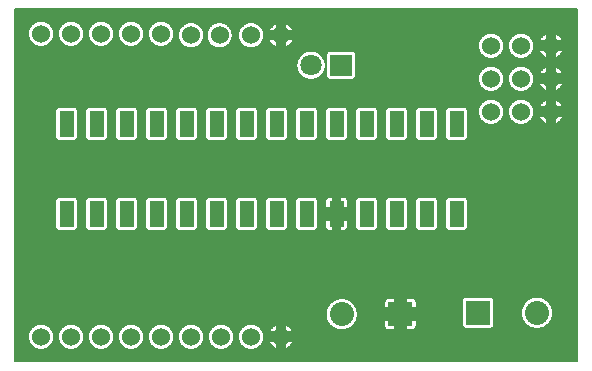
<source format=gbl>
G04 Layer: BottomLayer*
G04 EasyEDA v6.4.3, 2020-09-28T11:24:18+02:00*
G04 db6a862be2b4476fa8aa916105e7e4dd,b5629027151c44a780a78c7d9cec2130,10*
G04 Gerber Generator version 0.2*
G04 Scale: 100 percent, Rotated: No, Reflected: No *
G04 Dimensions in inches *
G04 leading zeros omitted , absolute positions ,2 integer and 4 decimal *
%FSLAX24Y24*%
%MOIN*%
G90*
G70D02*

%ADD17R,0.047700X0.085900*%
%ADD18C,0.060000*%
%ADD19R,0.080000X0.080000*%
%ADD20C,0.080000*%
%ADD22C,0.070866*%

%LPD*%
G36*
G01X18864Y11898D02*
G01X135Y11898D01*
G01X129Y11897D01*
G01X124Y11895D01*
G01X114Y11889D01*
G01X110Y11885D01*
G01X104Y11875D01*
G01X102Y11870D01*
G01X101Y11864D01*
G01X101Y135D01*
G01X102Y129D01*
G01X104Y124D01*
G01X110Y114D01*
G01X114Y110D01*
G01X124Y104D01*
G01X129Y102D01*
G01X135Y101D01*
G01X18864Y101D01*
G01X18870Y102D01*
G01X18875Y104D01*
G01X18885Y110D01*
G01X18889Y114D01*
G01X18895Y124D01*
G01X18897Y129D01*
G01X18898Y135D01*
G01X18898Y11864D01*
G01X18897Y11870D01*
G01X18895Y11875D01*
G01X18889Y11885D01*
G01X18885Y11889D01*
G01X18875Y11895D01*
G01X18870Y11897D01*
G01X18864Y11898D01*
G37*

%LPC*%
G36*
G01X9192Y11351D02*
G01X9175Y11360D01*
G01X9175Y11175D01*
G01X9360Y11175D01*
G01X9352Y11192D01*
G01X9332Y11224D01*
G01X9321Y11240D01*
G01X9309Y11255D01*
G01X9283Y11283D01*
G01X9255Y11309D01*
G01X9240Y11321D01*
G01X9224Y11332D01*
G01X9208Y11342D01*
G01X9192Y11351D01*
G37*
G36*
G01X2017Y1350D02*
G01X2000Y1351D01*
G01X1982Y1350D01*
G01X1963Y1349D01*
G01X1946Y1347D01*
G01X1928Y1344D01*
G01X1910Y1340D01*
G01X1893Y1336D01*
G01X1876Y1331D01*
G01X1859Y1325D01*
G01X1842Y1318D01*
G01X1826Y1311D01*
G01X1809Y1303D01*
G01X1794Y1294D01*
G01X1778Y1284D01*
G01X1764Y1274D01*
G01X1750Y1263D01*
G01X1722Y1239D01*
G01X1710Y1227D01*
G01X1698Y1213D01*
G01X1686Y1200D01*
G01X1675Y1185D01*
G01X1665Y1171D01*
G01X1655Y1155D01*
G01X1646Y1140D01*
G01X1638Y1123D01*
G01X1631Y1107D01*
G01X1624Y1090D01*
G01X1618Y1073D01*
G01X1613Y1056D01*
G01X1609Y1039D01*
G01X1605Y1021D01*
G01X1602Y1003D01*
G01X1600Y986D01*
G01X1599Y967D01*
G01X1598Y950D01*
G01X1599Y932D01*
G01X1600Y913D01*
G01X1602Y896D01*
G01X1605Y878D01*
G01X1609Y860D01*
G01X1613Y843D01*
G01X1618Y826D01*
G01X1624Y809D01*
G01X1631Y792D01*
G01X1638Y776D01*
G01X1646Y759D01*
G01X1655Y744D01*
G01X1665Y728D01*
G01X1675Y714D01*
G01X1686Y700D01*
G01X1710Y672D01*
G01X1722Y660D01*
G01X1750Y636D01*
G01X1764Y625D01*
G01X1778Y615D01*
G01X1794Y605D01*
G01X1809Y596D01*
G01X1826Y588D01*
G01X1842Y581D01*
G01X1859Y574D01*
G01X1876Y568D01*
G01X1893Y563D01*
G01X1910Y559D01*
G01X1928Y555D01*
G01X1946Y552D01*
G01X1963Y550D01*
G01X1982Y549D01*
G01X2000Y548D01*
G01X2017Y549D01*
G01X2036Y550D01*
G01X2053Y552D01*
G01X2071Y555D01*
G01X2089Y559D01*
G01X2106Y563D01*
G01X2123Y568D01*
G01X2140Y574D01*
G01X2157Y581D01*
G01X2173Y588D01*
G01X2190Y596D01*
G01X2205Y605D01*
G01X2221Y615D01*
G01X2235Y625D01*
G01X2250Y636D01*
G01X2263Y648D01*
G01X2277Y660D01*
G01X2289Y672D01*
G01X2313Y700D01*
G01X2324Y714D01*
G01X2334Y728D01*
G01X2344Y744D01*
G01X2353Y759D01*
G01X2361Y776D01*
G01X2368Y792D01*
G01X2375Y809D01*
G01X2381Y826D01*
G01X2386Y843D01*
G01X2390Y860D01*
G01X2394Y878D01*
G01X2397Y896D01*
G01X2399Y913D01*
G01X2400Y932D01*
G01X2401Y950D01*
G01X2400Y967D01*
G01X2399Y986D01*
G01X2397Y1003D01*
G01X2394Y1021D01*
G01X2390Y1039D01*
G01X2386Y1056D01*
G01X2381Y1073D01*
G01X2375Y1090D01*
G01X2368Y1107D01*
G01X2361Y1123D01*
G01X2353Y1140D01*
G01X2344Y1155D01*
G01X2334Y1171D01*
G01X2324Y1185D01*
G01X2313Y1200D01*
G01X2301Y1213D01*
G01X2289Y1227D01*
G01X2277Y1239D01*
G01X2263Y1251D01*
G01X2250Y1263D01*
G01X2235Y1274D01*
G01X2221Y1284D01*
G01X2205Y1294D01*
G01X2190Y1303D01*
G01X2173Y1311D01*
G01X2157Y1318D01*
G01X2140Y1325D01*
G01X2123Y1331D01*
G01X2106Y1336D01*
G01X2089Y1340D01*
G01X2071Y1344D01*
G01X2053Y1347D01*
G01X2036Y1349D01*
G01X2017Y1350D01*
G37*
G36*
G01X6018Y1350D02*
G01X6000Y1351D01*
G01X5981Y1350D01*
G01X5964Y1349D01*
G01X5946Y1347D01*
G01X5928Y1344D01*
G01X5910Y1340D01*
G01X5893Y1336D01*
G01X5876Y1331D01*
G01X5859Y1325D01*
G01X5842Y1318D01*
G01X5826Y1311D01*
G01X5810Y1303D01*
G01X5794Y1294D01*
G01X5778Y1284D01*
G01X5764Y1274D01*
G01X5750Y1263D01*
G01X5722Y1239D01*
G01X5710Y1227D01*
G01X5697Y1213D01*
G01X5686Y1200D01*
G01X5675Y1185D01*
G01X5665Y1171D01*
G01X5655Y1155D01*
G01X5646Y1140D01*
G01X5638Y1123D01*
G01X5631Y1107D01*
G01X5624Y1090D01*
G01X5618Y1073D01*
G01X5613Y1056D01*
G01X5609Y1039D01*
G01X5605Y1021D01*
G01X5602Y1003D01*
G01X5600Y986D01*
G01X5599Y967D01*
G01X5598Y950D01*
G01X5599Y932D01*
G01X5600Y913D01*
G01X5602Y896D01*
G01X5605Y878D01*
G01X5609Y860D01*
G01X5613Y843D01*
G01X5618Y826D01*
G01X5624Y809D01*
G01X5631Y792D01*
G01X5638Y776D01*
G01X5646Y759D01*
G01X5655Y744D01*
G01X5665Y728D01*
G01X5675Y714D01*
G01X5697Y686D01*
G01X5710Y672D01*
G01X5722Y660D01*
G01X5750Y636D01*
G01X5764Y625D01*
G01X5778Y615D01*
G01X5794Y605D01*
G01X5810Y596D01*
G01X5826Y588D01*
G01X5842Y581D01*
G01X5859Y574D01*
G01X5876Y568D01*
G01X5893Y563D01*
G01X5910Y559D01*
G01X5928Y555D01*
G01X5946Y552D01*
G01X5964Y550D01*
G01X5981Y549D01*
G01X6000Y548D01*
G01X6018Y549D01*
G01X6035Y550D01*
G01X6053Y552D01*
G01X6071Y555D01*
G01X6089Y559D01*
G01X6106Y563D01*
G01X6123Y568D01*
G01X6140Y574D01*
G01X6157Y581D01*
G01X6173Y588D01*
G01X6189Y596D01*
G01X6205Y605D01*
G01X6221Y615D01*
G01X6235Y625D01*
G01X6250Y636D01*
G01X6263Y648D01*
G01X6277Y660D01*
G01X6289Y672D01*
G01X6302Y686D01*
G01X6324Y714D01*
G01X6334Y728D01*
G01X6344Y744D01*
G01X6353Y759D01*
G01X6361Y776D01*
G01X6368Y792D01*
G01X6375Y809D01*
G01X6381Y826D01*
G01X6386Y843D01*
G01X6390Y860D01*
G01X6394Y878D01*
G01X6397Y896D01*
G01X6399Y913D01*
G01X6400Y932D01*
G01X6401Y950D01*
G01X6400Y967D01*
G01X6399Y986D01*
G01X6397Y1003D01*
G01X6394Y1021D01*
G01X6390Y1039D01*
G01X6386Y1056D01*
G01X6381Y1073D01*
G01X6375Y1090D01*
G01X6368Y1107D01*
G01X6361Y1123D01*
G01X6353Y1140D01*
G01X6344Y1155D01*
G01X6334Y1171D01*
G01X6324Y1185D01*
G01X6313Y1200D01*
G01X6302Y1213D01*
G01X6289Y1227D01*
G01X6277Y1239D01*
G01X6263Y1251D01*
G01X6250Y1263D01*
G01X6235Y1274D01*
G01X6221Y1284D01*
G01X6205Y1294D01*
G01X6189Y1303D01*
G01X6173Y1311D01*
G01X6157Y1318D01*
G01X6140Y1325D01*
G01X6123Y1331D01*
G01X6106Y1336D01*
G01X6089Y1340D01*
G01X6071Y1344D01*
G01X6053Y1347D01*
G01X6035Y1349D01*
G01X6018Y1350D01*
G37*
G36*
G01X8018Y1350D02*
G01X8000Y1351D01*
G01X7981Y1350D01*
G01X7964Y1349D01*
G01X7946Y1347D01*
G01X7928Y1344D01*
G01X7910Y1340D01*
G01X7893Y1336D01*
G01X7876Y1331D01*
G01X7859Y1325D01*
G01X7842Y1318D01*
G01X7826Y1311D01*
G01X7810Y1303D01*
G01X7794Y1294D01*
G01X7778Y1284D01*
G01X7764Y1274D01*
G01X7750Y1263D01*
G01X7722Y1239D01*
G01X7710Y1227D01*
G01X7697Y1213D01*
G01X7686Y1200D01*
G01X7675Y1185D01*
G01X7665Y1171D01*
G01X7655Y1155D01*
G01X7646Y1140D01*
G01X7638Y1123D01*
G01X7631Y1107D01*
G01X7624Y1090D01*
G01X7618Y1073D01*
G01X7613Y1056D01*
G01X7609Y1039D01*
G01X7605Y1021D01*
G01X7602Y1003D01*
G01X7600Y986D01*
G01X7599Y967D01*
G01X7598Y950D01*
G01X7599Y932D01*
G01X7600Y913D01*
G01X7602Y896D01*
G01X7605Y878D01*
G01X7609Y860D01*
G01X7613Y843D01*
G01X7618Y826D01*
G01X7624Y809D01*
G01X7631Y792D01*
G01X7638Y776D01*
G01X7646Y759D01*
G01X7655Y744D01*
G01X7665Y728D01*
G01X7675Y714D01*
G01X7697Y686D01*
G01X7710Y672D01*
G01X7722Y660D01*
G01X7750Y636D01*
G01X7764Y625D01*
G01X7778Y615D01*
G01X7794Y605D01*
G01X7810Y596D01*
G01X7826Y588D01*
G01X7842Y581D01*
G01X7859Y574D01*
G01X7876Y568D01*
G01X7893Y563D01*
G01X7910Y559D01*
G01X7928Y555D01*
G01X7946Y552D01*
G01X7964Y550D01*
G01X7981Y549D01*
G01X8000Y548D01*
G01X8018Y549D01*
G01X8035Y550D01*
G01X8053Y552D01*
G01X8071Y555D01*
G01X8089Y559D01*
G01X8106Y563D01*
G01X8123Y568D01*
G01X8140Y574D01*
G01X8157Y581D01*
G01X8173Y588D01*
G01X8189Y596D01*
G01X8205Y605D01*
G01X8221Y615D01*
G01X8235Y625D01*
G01X8250Y636D01*
G01X8263Y648D01*
G01X8277Y660D01*
G01X8289Y672D01*
G01X8302Y686D01*
G01X8324Y714D01*
G01X8334Y728D01*
G01X8344Y744D01*
G01X8353Y759D01*
G01X8361Y776D01*
G01X8368Y792D01*
G01X8375Y809D01*
G01X8381Y826D01*
G01X8386Y843D01*
G01X8390Y860D01*
G01X8394Y878D01*
G01X8397Y896D01*
G01X8399Y913D01*
G01X8400Y932D01*
G01X8401Y950D01*
G01X8400Y967D01*
G01X8399Y986D01*
G01X8397Y1003D01*
G01X8394Y1021D01*
G01X8390Y1039D01*
G01X8386Y1056D01*
G01X8381Y1073D01*
G01X8375Y1090D01*
G01X8368Y1107D01*
G01X8361Y1123D01*
G01X8353Y1140D01*
G01X8344Y1155D01*
G01X8334Y1171D01*
G01X8324Y1185D01*
G01X8313Y1200D01*
G01X8302Y1213D01*
G01X8289Y1227D01*
G01X8277Y1239D01*
G01X8263Y1251D01*
G01X8250Y1263D01*
G01X8235Y1274D01*
G01X8221Y1284D01*
G01X8205Y1294D01*
G01X8189Y1303D01*
G01X8173Y1311D01*
G01X8157Y1318D01*
G01X8140Y1325D01*
G01X8123Y1331D01*
G01X8106Y1336D01*
G01X8089Y1340D01*
G01X8071Y1344D01*
G01X8053Y1347D01*
G01X8035Y1349D01*
G01X8018Y1350D01*
G37*
G36*
G01X3017Y1350D02*
G01X3000Y1351D01*
G01X2982Y1350D01*
G01X2963Y1349D01*
G01X2946Y1347D01*
G01X2928Y1344D01*
G01X2910Y1340D01*
G01X2893Y1336D01*
G01X2876Y1331D01*
G01X2859Y1325D01*
G01X2842Y1318D01*
G01X2826Y1311D01*
G01X2809Y1303D01*
G01X2794Y1294D01*
G01X2778Y1284D01*
G01X2764Y1274D01*
G01X2750Y1263D01*
G01X2722Y1239D01*
G01X2710Y1227D01*
G01X2698Y1213D01*
G01X2686Y1200D01*
G01X2675Y1185D01*
G01X2665Y1171D01*
G01X2655Y1155D01*
G01X2646Y1140D01*
G01X2638Y1123D01*
G01X2631Y1107D01*
G01X2624Y1090D01*
G01X2618Y1073D01*
G01X2613Y1056D01*
G01X2609Y1039D01*
G01X2605Y1021D01*
G01X2602Y1003D01*
G01X2600Y986D01*
G01X2599Y967D01*
G01X2598Y950D01*
G01X2599Y932D01*
G01X2600Y913D01*
G01X2602Y896D01*
G01X2605Y878D01*
G01X2609Y860D01*
G01X2613Y843D01*
G01X2618Y826D01*
G01X2624Y809D01*
G01X2631Y792D01*
G01X2638Y776D01*
G01X2646Y759D01*
G01X2655Y744D01*
G01X2665Y728D01*
G01X2675Y714D01*
G01X2686Y700D01*
G01X2710Y672D01*
G01X2722Y660D01*
G01X2750Y636D01*
G01X2764Y625D01*
G01X2778Y615D01*
G01X2794Y605D01*
G01X2809Y596D01*
G01X2826Y588D01*
G01X2842Y581D01*
G01X2859Y574D01*
G01X2876Y568D01*
G01X2893Y563D01*
G01X2910Y559D01*
G01X2928Y555D01*
G01X2946Y552D01*
G01X2963Y550D01*
G01X2982Y549D01*
G01X3000Y548D01*
G01X3017Y549D01*
G01X3036Y550D01*
G01X3053Y552D01*
G01X3071Y555D01*
G01X3089Y559D01*
G01X3106Y563D01*
G01X3123Y568D01*
G01X3140Y574D01*
G01X3157Y581D01*
G01X3173Y588D01*
G01X3190Y596D01*
G01X3205Y605D01*
G01X3221Y615D01*
G01X3235Y625D01*
G01X3250Y636D01*
G01X3263Y648D01*
G01X3277Y660D01*
G01X3289Y672D01*
G01X3313Y700D01*
G01X3324Y714D01*
G01X3334Y728D01*
G01X3344Y744D01*
G01X3353Y759D01*
G01X3361Y776D01*
G01X3368Y792D01*
G01X3375Y809D01*
G01X3381Y826D01*
G01X3386Y843D01*
G01X3390Y860D01*
G01X3394Y878D01*
G01X3397Y896D01*
G01X3399Y913D01*
G01X3400Y932D01*
G01X3401Y950D01*
G01X3400Y967D01*
G01X3399Y986D01*
G01X3397Y1003D01*
G01X3394Y1021D01*
G01X3390Y1039D01*
G01X3386Y1056D01*
G01X3381Y1073D01*
G01X3375Y1090D01*
G01X3368Y1107D01*
G01X3361Y1123D01*
G01X3353Y1140D01*
G01X3344Y1155D01*
G01X3334Y1171D01*
G01X3324Y1185D01*
G01X3313Y1200D01*
G01X3301Y1213D01*
G01X3289Y1227D01*
G01X3277Y1239D01*
G01X3263Y1251D01*
G01X3250Y1263D01*
G01X3235Y1274D01*
G01X3221Y1284D01*
G01X3205Y1294D01*
G01X3190Y1303D01*
G01X3173Y1311D01*
G01X3157Y1318D01*
G01X3140Y1325D01*
G01X3123Y1331D01*
G01X3106Y1336D01*
G01X3089Y1340D01*
G01X3071Y1344D01*
G01X3053Y1347D01*
G01X3036Y1349D01*
G01X3017Y1350D01*
G37*
G36*
G01X1017Y1350D02*
G01X1000Y1351D01*
G01X982Y1350D01*
G01X963Y1349D01*
G01X946Y1347D01*
G01X928Y1344D01*
G01X910Y1340D01*
G01X893Y1336D01*
G01X876Y1331D01*
G01X859Y1325D01*
G01X842Y1318D01*
G01X826Y1311D01*
G01X809Y1303D01*
G01X794Y1294D01*
G01X778Y1284D01*
G01X764Y1274D01*
G01X750Y1263D01*
G01X722Y1239D01*
G01X710Y1227D01*
G01X698Y1213D01*
G01X686Y1200D01*
G01X675Y1185D01*
G01X665Y1171D01*
G01X655Y1155D01*
G01X646Y1140D01*
G01X638Y1123D01*
G01X631Y1107D01*
G01X624Y1090D01*
G01X618Y1073D01*
G01X613Y1056D01*
G01X609Y1039D01*
G01X605Y1021D01*
G01X602Y1003D01*
G01X600Y986D01*
G01X599Y967D01*
G01X598Y950D01*
G01X599Y932D01*
G01X600Y913D01*
G01X602Y896D01*
G01X605Y878D01*
G01X609Y860D01*
G01X613Y843D01*
G01X618Y826D01*
G01X624Y809D01*
G01X631Y792D01*
G01X638Y776D01*
G01X646Y759D01*
G01X655Y744D01*
G01X665Y728D01*
G01X675Y714D01*
G01X686Y700D01*
G01X710Y672D01*
G01X722Y660D01*
G01X750Y636D01*
G01X764Y625D01*
G01X778Y615D01*
G01X794Y605D01*
G01X809Y596D01*
G01X826Y588D01*
G01X842Y581D01*
G01X859Y574D01*
G01X876Y568D01*
G01X893Y563D01*
G01X910Y559D01*
G01X928Y555D01*
G01X946Y552D01*
G01X963Y550D01*
G01X982Y549D01*
G01X1000Y548D01*
G01X1017Y549D01*
G01X1036Y550D01*
G01X1053Y552D01*
G01X1071Y555D01*
G01X1089Y559D01*
G01X1106Y563D01*
G01X1123Y568D01*
G01X1140Y574D01*
G01X1157Y581D01*
G01X1173Y588D01*
G01X1190Y596D01*
G01X1205Y605D01*
G01X1221Y615D01*
G01X1235Y625D01*
G01X1250Y636D01*
G01X1263Y648D01*
G01X1277Y660D01*
G01X1289Y672D01*
G01X1313Y700D01*
G01X1324Y714D01*
G01X1334Y728D01*
G01X1344Y744D01*
G01X1353Y759D01*
G01X1361Y776D01*
G01X1368Y792D01*
G01X1375Y809D01*
G01X1381Y826D01*
G01X1386Y843D01*
G01X1390Y860D01*
G01X1394Y878D01*
G01X1397Y896D01*
G01X1399Y913D01*
G01X1400Y932D01*
G01X1401Y950D01*
G01X1400Y967D01*
G01X1399Y986D01*
G01X1397Y1003D01*
G01X1394Y1021D01*
G01X1390Y1039D01*
G01X1386Y1056D01*
G01X1381Y1073D01*
G01X1375Y1090D01*
G01X1368Y1107D01*
G01X1361Y1123D01*
G01X1353Y1140D01*
G01X1344Y1155D01*
G01X1334Y1171D01*
G01X1324Y1185D01*
G01X1313Y1200D01*
G01X1301Y1213D01*
G01X1289Y1227D01*
G01X1277Y1239D01*
G01X1263Y1251D01*
G01X1250Y1263D01*
G01X1235Y1274D01*
G01X1221Y1284D01*
G01X1205Y1294D01*
G01X1190Y1303D01*
G01X1173Y1311D01*
G01X1157Y1318D01*
G01X1140Y1325D01*
G01X1123Y1331D01*
G01X1106Y1336D01*
G01X1089Y1340D01*
G01X1071Y1344D01*
G01X1053Y1347D01*
G01X1036Y1349D01*
G01X1017Y1350D01*
G37*
G36*
G01X4017Y1350D02*
G01X4000Y1351D01*
G01X3982Y1350D01*
G01X3963Y1349D01*
G01X3946Y1347D01*
G01X3928Y1344D01*
G01X3910Y1340D01*
G01X3893Y1336D01*
G01X3876Y1331D01*
G01X3859Y1325D01*
G01X3842Y1318D01*
G01X3826Y1311D01*
G01X3809Y1303D01*
G01X3794Y1294D01*
G01X3778Y1284D01*
G01X3764Y1274D01*
G01X3750Y1263D01*
G01X3722Y1239D01*
G01X3710Y1227D01*
G01X3698Y1213D01*
G01X3686Y1200D01*
G01X3675Y1185D01*
G01X3665Y1171D01*
G01X3655Y1155D01*
G01X3646Y1140D01*
G01X3638Y1123D01*
G01X3631Y1107D01*
G01X3624Y1090D01*
G01X3618Y1073D01*
G01X3613Y1056D01*
G01X3609Y1039D01*
G01X3605Y1021D01*
G01X3602Y1003D01*
G01X3600Y986D01*
G01X3599Y967D01*
G01X3598Y950D01*
G01X3599Y932D01*
G01X3600Y913D01*
G01X3602Y896D01*
G01X3605Y878D01*
G01X3609Y860D01*
G01X3613Y843D01*
G01X3618Y826D01*
G01X3624Y809D01*
G01X3631Y792D01*
G01X3638Y776D01*
G01X3646Y759D01*
G01X3655Y744D01*
G01X3665Y728D01*
G01X3675Y714D01*
G01X3686Y700D01*
G01X3710Y672D01*
G01X3722Y660D01*
G01X3750Y636D01*
G01X3764Y625D01*
G01X3778Y615D01*
G01X3794Y605D01*
G01X3809Y596D01*
G01X3826Y588D01*
G01X3842Y581D01*
G01X3859Y574D01*
G01X3876Y568D01*
G01X3893Y563D01*
G01X3910Y559D01*
G01X3928Y555D01*
G01X3946Y552D01*
G01X3963Y550D01*
G01X3982Y549D01*
G01X4000Y548D01*
G01X4017Y549D01*
G01X4036Y550D01*
G01X4053Y552D01*
G01X4071Y555D01*
G01X4089Y559D01*
G01X4106Y563D01*
G01X4123Y568D01*
G01X4140Y574D01*
G01X4157Y581D01*
G01X4173Y588D01*
G01X4190Y596D01*
G01X4205Y605D01*
G01X4221Y615D01*
G01X4235Y625D01*
G01X4250Y636D01*
G01X4263Y648D01*
G01X4277Y660D01*
G01X4289Y672D01*
G01X4313Y700D01*
G01X4324Y714D01*
G01X4334Y728D01*
G01X4344Y744D01*
G01X4353Y759D01*
G01X4361Y776D01*
G01X4368Y792D01*
G01X4375Y809D01*
G01X4381Y826D01*
G01X4386Y843D01*
G01X4390Y860D01*
G01X4394Y878D01*
G01X4397Y896D01*
G01X4399Y913D01*
G01X4400Y932D01*
G01X4401Y950D01*
G01X4400Y967D01*
G01X4399Y986D01*
G01X4397Y1003D01*
G01X4394Y1021D01*
G01X4390Y1039D01*
G01X4386Y1056D01*
G01X4381Y1073D01*
G01X4375Y1090D01*
G01X4368Y1107D01*
G01X4361Y1123D01*
G01X4353Y1140D01*
G01X4344Y1155D01*
G01X4334Y1171D01*
G01X4324Y1185D01*
G01X4313Y1200D01*
G01X4301Y1213D01*
G01X4289Y1227D01*
G01X4277Y1239D01*
G01X4263Y1251D01*
G01X4250Y1263D01*
G01X4235Y1274D01*
G01X4221Y1284D01*
G01X4205Y1294D01*
G01X4190Y1303D01*
G01X4173Y1311D01*
G01X4157Y1318D01*
G01X4140Y1325D01*
G01X4123Y1331D01*
G01X4106Y1336D01*
G01X4089Y1340D01*
G01X4071Y1344D01*
G01X4053Y1347D01*
G01X4036Y1349D01*
G01X4017Y1350D01*
G37*
G36*
G01X5018Y1350D02*
G01X5000Y1351D01*
G01X4981Y1350D01*
G01X4964Y1349D01*
G01X4946Y1347D01*
G01X4928Y1344D01*
G01X4910Y1340D01*
G01X4893Y1336D01*
G01X4876Y1331D01*
G01X4859Y1325D01*
G01X4842Y1318D01*
G01X4826Y1311D01*
G01X4810Y1303D01*
G01X4794Y1294D01*
G01X4778Y1284D01*
G01X4764Y1274D01*
G01X4750Y1263D01*
G01X4722Y1239D01*
G01X4710Y1227D01*
G01X4697Y1213D01*
G01X4686Y1200D01*
G01X4675Y1185D01*
G01X4665Y1171D01*
G01X4655Y1155D01*
G01X4646Y1140D01*
G01X4638Y1123D01*
G01X4631Y1107D01*
G01X4624Y1090D01*
G01X4618Y1073D01*
G01X4613Y1056D01*
G01X4609Y1039D01*
G01X4605Y1021D01*
G01X4602Y1003D01*
G01X4600Y986D01*
G01X4599Y967D01*
G01X4598Y950D01*
G01X4599Y932D01*
G01X4600Y913D01*
G01X4602Y896D01*
G01X4605Y878D01*
G01X4609Y860D01*
G01X4613Y843D01*
G01X4618Y826D01*
G01X4624Y809D01*
G01X4631Y792D01*
G01X4638Y776D01*
G01X4646Y759D01*
G01X4655Y744D01*
G01X4665Y728D01*
G01X4675Y714D01*
G01X4697Y686D01*
G01X4710Y672D01*
G01X4722Y660D01*
G01X4750Y636D01*
G01X4764Y625D01*
G01X4778Y615D01*
G01X4794Y605D01*
G01X4810Y596D01*
G01X4826Y588D01*
G01X4842Y581D01*
G01X4859Y574D01*
G01X4876Y568D01*
G01X4893Y563D01*
G01X4910Y559D01*
G01X4928Y555D01*
G01X4946Y552D01*
G01X4964Y550D01*
G01X4981Y549D01*
G01X5000Y548D01*
G01X5018Y549D01*
G01X5035Y550D01*
G01X5053Y552D01*
G01X5071Y555D01*
G01X5089Y559D01*
G01X5106Y563D01*
G01X5123Y568D01*
G01X5140Y574D01*
G01X5157Y581D01*
G01X5173Y588D01*
G01X5189Y596D01*
G01X5205Y605D01*
G01X5221Y615D01*
G01X5235Y625D01*
G01X5250Y636D01*
G01X5263Y648D01*
G01X5277Y660D01*
G01X5289Y672D01*
G01X5302Y686D01*
G01X5324Y714D01*
G01X5334Y728D01*
G01X5344Y744D01*
G01X5353Y759D01*
G01X5361Y776D01*
G01X5368Y792D01*
G01X5375Y809D01*
G01X5381Y826D01*
G01X5386Y843D01*
G01X5390Y860D01*
G01X5394Y878D01*
G01X5397Y896D01*
G01X5399Y913D01*
G01X5400Y932D01*
G01X5401Y950D01*
G01X5400Y967D01*
G01X5399Y986D01*
G01X5397Y1003D01*
G01X5394Y1021D01*
G01X5390Y1039D01*
G01X5386Y1056D01*
G01X5381Y1073D01*
G01X5375Y1090D01*
G01X5368Y1107D01*
G01X5361Y1123D01*
G01X5353Y1140D01*
G01X5344Y1155D01*
G01X5334Y1171D01*
G01X5324Y1185D01*
G01X5313Y1200D01*
G01X5302Y1213D01*
G01X5289Y1227D01*
G01X5277Y1239D01*
G01X5263Y1251D01*
G01X5250Y1263D01*
G01X5235Y1274D01*
G01X5221Y1284D01*
G01X5205Y1294D01*
G01X5189Y1303D01*
G01X5173Y1311D01*
G01X5157Y1318D01*
G01X5140Y1325D01*
G01X5123Y1331D01*
G01X5106Y1336D01*
G01X5089Y1340D01*
G01X5071Y1344D01*
G01X5053Y1347D01*
G01X5035Y1349D01*
G01X5018Y1350D01*
G37*
G36*
G01X9360Y775D02*
G01X9175Y775D01*
G01X9175Y589D01*
G01X9192Y598D01*
G01X9208Y607D01*
G01X9224Y617D01*
G01X9240Y628D01*
G01X9255Y640D01*
G01X9283Y666D01*
G01X9309Y694D01*
G01X9321Y709D01*
G01X9332Y725D01*
G01X9352Y757D01*
G01X9360Y775D01*
G37*
G36*
G01X8825Y775D02*
G01X8639Y775D01*
G01X8647Y757D01*
G01X8667Y725D01*
G01X8678Y709D01*
G01X8690Y694D01*
G01X8716Y666D01*
G01X8744Y640D01*
G01X8759Y628D01*
G01X8775Y617D01*
G01X8791Y607D01*
G01X8807Y598D01*
G01X8825Y589D01*
G01X8825Y775D01*
G37*
G36*
G01X8825Y1125D02*
G01X8825Y1310D01*
G01X8807Y1301D01*
G01X8791Y1292D01*
G01X8775Y1282D01*
G01X8759Y1271D01*
G01X8744Y1259D01*
G01X8716Y1233D01*
G01X8690Y1205D01*
G01X8678Y1190D01*
G01X8667Y1174D01*
G01X8647Y1142D01*
G01X8639Y1125D01*
G01X8825Y1125D01*
G37*
G36*
G01X9192Y1301D02*
G01X9175Y1310D01*
G01X9175Y1125D01*
G01X9360Y1125D01*
G01X9352Y1142D01*
G01X9332Y1174D01*
G01X9321Y1190D01*
G01X9309Y1205D01*
G01X9283Y1233D01*
G01X9255Y1259D01*
G01X9240Y1271D01*
G01X9224Y1282D01*
G01X9208Y1292D01*
G01X9192Y1301D01*
G37*
G36*
G01X12755Y1475D02*
G01X12478Y1475D01*
G01X12478Y1300D01*
G01X12479Y1290D01*
G01X12480Y1281D01*
G01X12482Y1272D01*
G01X12485Y1263D01*
G01X12489Y1255D01*
G01X12494Y1246D01*
G01X12499Y1239D01*
G01X12511Y1225D01*
G01X12519Y1219D01*
G01X12526Y1214D01*
G01X12535Y1209D01*
G01X12543Y1205D01*
G01X12552Y1202D01*
G01X12561Y1200D01*
G01X12570Y1199D01*
G01X12580Y1198D01*
G01X12755Y1198D01*
G01X12755Y1475D01*
G37*
G36*
G01X13481Y1475D02*
G01X13205Y1475D01*
G01X13205Y1198D01*
G01X13380Y1198D01*
G01X13398Y1200D01*
G01X13407Y1202D01*
G01X13416Y1205D01*
G01X13425Y1209D01*
G01X13433Y1214D01*
G01X13440Y1219D01*
G01X13447Y1225D01*
G01X13454Y1232D01*
G01X13460Y1239D01*
G01X13465Y1246D01*
G01X13470Y1255D01*
G01X13474Y1263D01*
G01X13477Y1272D01*
G01X13479Y1281D01*
G01X13480Y1290D01*
G01X13481Y1300D01*
G01X13481Y1475D01*
G37*
G36*
G01X11040Y2200D02*
G01X11019Y2201D01*
G01X10979Y2199D01*
G01X10959Y2197D01*
G01X10939Y2194D01*
G01X10919Y2190D01*
G01X10900Y2186D01*
G01X10880Y2181D01*
G01X10861Y2175D01*
G01X10823Y2161D01*
G01X10787Y2143D01*
G01X10769Y2133D01*
G01X10752Y2123D01*
G01X10735Y2112D01*
G01X10718Y2100D01*
G01X10703Y2088D01*
G01X10687Y2075D01*
G01X10672Y2061D01*
G01X10658Y2046D01*
G01X10644Y2032D01*
G01X10631Y2016D01*
G01X10619Y2001D01*
G01X10607Y1984D01*
G01X10596Y1967D01*
G01X10586Y1950D01*
G01X10576Y1932D01*
G01X10567Y1914D01*
G01X10559Y1896D01*
G01X10551Y1877D01*
G01X10544Y1858D01*
G01X10538Y1839D01*
G01X10533Y1819D01*
G01X10529Y1800D01*
G01X10525Y1780D01*
G01X10522Y1760D01*
G01X10520Y1740D01*
G01X10518Y1700D01*
G01X10519Y1679D01*
G01X10520Y1659D01*
G01X10522Y1639D01*
G01X10525Y1619D01*
G01X10529Y1599D01*
G01X10533Y1580D01*
G01X10538Y1560D01*
G01X10544Y1541D01*
G01X10551Y1522D01*
G01X10559Y1503D01*
G01X10567Y1485D01*
G01X10576Y1467D01*
G01X10586Y1449D01*
G01X10596Y1432D01*
G01X10607Y1415D01*
G01X10619Y1398D01*
G01X10631Y1383D01*
G01X10644Y1367D01*
G01X10658Y1353D01*
G01X10672Y1338D01*
G01X10687Y1325D01*
G01X10703Y1311D01*
G01X10718Y1299D01*
G01X10735Y1287D01*
G01X10752Y1276D01*
G01X10769Y1266D01*
G01X10787Y1256D01*
G01X10823Y1238D01*
G01X10861Y1224D01*
G01X10880Y1218D01*
G01X10900Y1213D01*
G01X10919Y1209D01*
G01X10939Y1205D01*
G01X10959Y1202D01*
G01X10979Y1200D01*
G01X11019Y1198D01*
G01X11040Y1199D01*
G01X11060Y1200D01*
G01X11080Y1202D01*
G01X11100Y1205D01*
G01X11120Y1209D01*
G01X11139Y1213D01*
G01X11159Y1218D01*
G01X11178Y1224D01*
G01X11216Y1238D01*
G01X11252Y1256D01*
G01X11270Y1266D01*
G01X11287Y1276D01*
G01X11304Y1287D01*
G01X11321Y1299D01*
G01X11336Y1311D01*
G01X11352Y1325D01*
G01X11367Y1338D01*
G01X11381Y1353D01*
G01X11394Y1367D01*
G01X11407Y1383D01*
G01X11420Y1398D01*
G01X11432Y1415D01*
G01X11443Y1432D01*
G01X11453Y1449D01*
G01X11463Y1467D01*
G01X11481Y1503D01*
G01X11495Y1541D01*
G01X11501Y1560D01*
G01X11506Y1580D01*
G01X11510Y1599D01*
G01X11514Y1619D01*
G01X11517Y1639D01*
G01X11519Y1659D01*
G01X11520Y1679D01*
G01X11521Y1700D01*
G01X11519Y1740D01*
G01X11517Y1760D01*
G01X11514Y1780D01*
G01X11510Y1800D01*
G01X11506Y1819D01*
G01X11501Y1839D01*
G01X11495Y1858D01*
G01X11481Y1896D01*
G01X11463Y1932D01*
G01X11453Y1950D01*
G01X11443Y1967D01*
G01X11432Y1984D01*
G01X11420Y2001D01*
G01X11407Y2016D01*
G01X11394Y2032D01*
G01X11381Y2046D01*
G01X11367Y2061D01*
G01X11352Y2075D01*
G01X11336Y2088D01*
G01X11321Y2100D01*
G01X11304Y2112D01*
G01X11287Y2123D01*
G01X11270Y2133D01*
G01X11252Y2143D01*
G01X11216Y2161D01*
G01X11178Y2175D01*
G01X11159Y2181D01*
G01X11139Y2186D01*
G01X11120Y2190D01*
G01X11100Y2194D01*
G01X11080Y2197D01*
G01X11060Y2199D01*
G01X11040Y2200D01*
G37*
G36*
G01X17570Y2249D02*
G01X17530Y2251D01*
G01X17509Y2250D01*
G01X17489Y2249D01*
G01X17469Y2247D01*
G01X17449Y2244D01*
G01X17429Y2240D01*
G01X17410Y2236D01*
G01X17390Y2231D01*
G01X17371Y2225D01*
G01X17333Y2211D01*
G01X17297Y2193D01*
G01X17279Y2183D01*
G01X17262Y2173D01*
G01X17245Y2162D01*
G01X17228Y2150D01*
G01X17213Y2138D01*
G01X17197Y2125D01*
G01X17182Y2111D01*
G01X17168Y2096D01*
G01X17155Y2082D01*
G01X17142Y2066D01*
G01X17129Y2051D01*
G01X17117Y2034D01*
G01X17106Y2017D01*
G01X17096Y2000D01*
G01X17086Y1982D01*
G01X17068Y1946D01*
G01X17054Y1908D01*
G01X17048Y1889D01*
G01X17043Y1869D01*
G01X17039Y1850D01*
G01X17035Y1830D01*
G01X17032Y1810D01*
G01X17030Y1790D01*
G01X17028Y1750D01*
G01X17029Y1729D01*
G01X17030Y1709D01*
G01X17032Y1689D01*
G01X17035Y1669D01*
G01X17039Y1649D01*
G01X17043Y1630D01*
G01X17048Y1610D01*
G01X17054Y1591D01*
G01X17068Y1553D01*
G01X17086Y1517D01*
G01X17096Y1499D01*
G01X17106Y1482D01*
G01X17117Y1465D01*
G01X17129Y1448D01*
G01X17142Y1433D01*
G01X17155Y1417D01*
G01X17168Y1403D01*
G01X17182Y1388D01*
G01X17197Y1375D01*
G01X17213Y1361D01*
G01X17228Y1349D01*
G01X17245Y1337D01*
G01X17262Y1326D01*
G01X17279Y1316D01*
G01X17297Y1306D01*
G01X17333Y1288D01*
G01X17371Y1274D01*
G01X17390Y1268D01*
G01X17410Y1263D01*
G01X17429Y1259D01*
G01X17449Y1255D01*
G01X17469Y1252D01*
G01X17489Y1250D01*
G01X17509Y1249D01*
G01X17530Y1248D01*
G01X17570Y1250D01*
G01X17590Y1252D01*
G01X17610Y1255D01*
G01X17630Y1259D01*
G01X17649Y1263D01*
G01X17669Y1268D01*
G01X17688Y1274D01*
G01X17726Y1288D01*
G01X17762Y1306D01*
G01X17780Y1316D01*
G01X17797Y1326D01*
G01X17814Y1337D01*
G01X17831Y1349D01*
G01X17846Y1361D01*
G01X17862Y1375D01*
G01X17877Y1388D01*
G01X17891Y1403D01*
G01X17905Y1417D01*
G01X17918Y1433D01*
G01X17930Y1448D01*
G01X17942Y1465D01*
G01X17953Y1482D01*
G01X17963Y1499D01*
G01X17973Y1517D01*
G01X17982Y1535D01*
G01X17990Y1553D01*
G01X17998Y1572D01*
G01X18005Y1591D01*
G01X18011Y1610D01*
G01X18016Y1630D01*
G01X18020Y1649D01*
G01X18024Y1669D01*
G01X18027Y1689D01*
G01X18029Y1709D01*
G01X18030Y1729D01*
G01X18031Y1750D01*
G01X18029Y1790D01*
G01X18027Y1810D01*
G01X18024Y1830D01*
G01X18020Y1850D01*
G01X18016Y1869D01*
G01X18011Y1889D01*
G01X18005Y1908D01*
G01X17998Y1927D01*
G01X17990Y1946D01*
G01X17982Y1964D01*
G01X17973Y1982D01*
G01X17963Y2000D01*
G01X17953Y2017D01*
G01X17942Y2034D01*
G01X17930Y2051D01*
G01X17918Y2066D01*
G01X17905Y2082D01*
G01X17891Y2096D01*
G01X17877Y2111D01*
G01X17862Y2125D01*
G01X17846Y2138D01*
G01X17831Y2150D01*
G01X17814Y2162D01*
G01X17797Y2173D01*
G01X17780Y2183D01*
G01X17762Y2193D01*
G01X17726Y2211D01*
G01X17688Y2225D01*
G01X17669Y2231D01*
G01X17649Y2236D01*
G01X17630Y2240D01*
G01X17610Y2244D01*
G01X17590Y2247D01*
G01X17570Y2249D01*
G37*
G36*
G01X15969Y2251D02*
G01X15169Y2251D01*
G01X15151Y2249D01*
G01X15142Y2247D01*
G01X15133Y2244D01*
G01X15125Y2240D01*
G01X15116Y2235D01*
G01X15109Y2230D01*
G01X15102Y2224D01*
G01X15095Y2217D01*
G01X15089Y2210D01*
G01X15084Y2203D01*
G01X15079Y2194D01*
G01X15075Y2186D01*
G01X15072Y2177D01*
G01X15070Y2168D01*
G01X15068Y2150D01*
G01X15068Y1350D01*
G01X15069Y1340D01*
G01X15070Y1331D01*
G01X15072Y1322D01*
G01X15075Y1313D01*
G01X15079Y1305D01*
G01X15084Y1296D01*
G01X15089Y1289D01*
G01X15095Y1282D01*
G01X15102Y1275D01*
G01X15109Y1269D01*
G01X15116Y1264D01*
G01X15125Y1259D01*
G01X15133Y1255D01*
G01X15142Y1252D01*
G01X15151Y1250D01*
G01X15169Y1248D01*
G01X15969Y1248D01*
G01X15979Y1249D01*
G01X15988Y1250D01*
G01X15997Y1252D01*
G01X16006Y1255D01*
G01X16014Y1259D01*
G01X16023Y1264D01*
G01X16030Y1269D01*
G01X16038Y1275D01*
G01X16050Y1289D01*
G01X16055Y1296D01*
G01X16060Y1305D01*
G01X16064Y1313D01*
G01X16067Y1322D01*
G01X16069Y1331D01*
G01X16070Y1340D01*
G01X16071Y1350D01*
G01X16071Y2150D01*
G01X16069Y2168D01*
G01X16067Y2177D01*
G01X16064Y2186D01*
G01X16060Y2194D01*
G01X16055Y2203D01*
G01X16050Y2210D01*
G01X16038Y2224D01*
G01X16030Y2230D01*
G01X16023Y2235D01*
G01X16014Y2240D01*
G01X16006Y2244D01*
G01X15997Y2247D01*
G01X15988Y2249D01*
G01X15979Y2250D01*
G01X15969Y2251D01*
G37*
G36*
G01X12755Y2201D02*
G01X12580Y2201D01*
G01X12570Y2200D01*
G01X12561Y2199D01*
G01X12552Y2197D01*
G01X12543Y2194D01*
G01X12535Y2190D01*
G01X12526Y2185D01*
G01X12519Y2180D01*
G01X12511Y2174D01*
G01X12499Y2160D01*
G01X12494Y2153D01*
G01X12489Y2144D01*
G01X12485Y2136D01*
G01X12482Y2127D01*
G01X12480Y2118D01*
G01X12478Y2100D01*
G01X12478Y1925D01*
G01X12755Y1925D01*
G01X12755Y2201D01*
G37*
G36*
G01X13380Y2201D02*
G01X13205Y2201D01*
G01X13205Y1925D01*
G01X13481Y1925D01*
G01X13481Y2100D01*
G01X13479Y2118D01*
G01X13477Y2127D01*
G01X13474Y2136D01*
G01X13470Y2144D01*
G01X13465Y2153D01*
G01X13460Y2160D01*
G01X13454Y2167D01*
G01X13447Y2174D01*
G01X13440Y2180D01*
G01X13433Y2185D01*
G01X13425Y2190D01*
G01X13416Y2194D01*
G01X13407Y2197D01*
G01X13398Y2199D01*
G01X13380Y2201D01*
G37*
G36*
G01X10706Y4809D02*
G01X10510Y4809D01*
G01X10510Y4619D01*
G01X10512Y4601D01*
G01X10514Y4592D01*
G01X10517Y4583D01*
G01X10521Y4575D01*
G01X10526Y4566D01*
G01X10531Y4559D01*
G01X10537Y4551D01*
G01X10543Y4545D01*
G01X10551Y4539D01*
G01X10558Y4534D01*
G01X10567Y4529D01*
G01X10575Y4525D01*
G01X10584Y4522D01*
G01X10593Y4520D01*
G01X10602Y4519D01*
G01X10706Y4519D01*
G01X10706Y4809D01*
G37*
G36*
G01X11189Y4809D02*
G01X10994Y4809D01*
G01X10994Y4519D01*
G01X11098Y4519D01*
G01X11107Y4520D01*
G01X11116Y4522D01*
G01X11125Y4525D01*
G01X11134Y4529D01*
G01X11142Y4534D01*
G01X11149Y4539D01*
G01X11163Y4551D01*
G01X11169Y4559D01*
G01X11174Y4566D01*
G01X11179Y4575D01*
G01X11183Y4583D01*
G01X11186Y4592D01*
G01X11188Y4601D01*
G01X11189Y4610D01*
G01X11189Y4809D01*
G37*
G36*
G01X4088Y5580D02*
G01X3611Y5580D01*
G01X3593Y5578D01*
G01X3584Y5576D01*
G01X3575Y5573D01*
G01X3567Y5569D01*
G01X3558Y5564D01*
G01X3551Y5559D01*
G01X3544Y5553D01*
G01X3537Y5546D01*
G01X3531Y5539D01*
G01X3526Y5532D01*
G01X3521Y5523D01*
G01X3517Y5515D01*
G01X3514Y5506D01*
G01X3512Y5497D01*
G01X3511Y5488D01*
G01X3511Y4610D01*
G01X3512Y4601D01*
G01X3514Y4592D01*
G01X3517Y4583D01*
G01X3521Y4575D01*
G01X3526Y4566D01*
G01X3531Y4559D01*
G01X3537Y4551D01*
G01X3551Y4539D01*
G01X3558Y4534D01*
G01X3567Y4529D01*
G01X3575Y4525D01*
G01X3584Y4522D01*
G01X3593Y4520D01*
G01X3602Y4519D01*
G01X4098Y4519D01*
G01X4107Y4520D01*
G01X4116Y4522D01*
G01X4125Y4525D01*
G01X4134Y4529D01*
G01X4142Y4534D01*
G01X4149Y4539D01*
G01X4157Y4545D01*
G01X4163Y4551D01*
G01X4169Y4559D01*
G01X4174Y4566D01*
G01X4179Y4575D01*
G01X4183Y4583D01*
G01X4186Y4592D01*
G01X4188Y4601D01*
G01X4190Y4619D01*
G01X4190Y5478D01*
G01X4189Y5488D01*
G01X4188Y5497D01*
G01X4186Y5506D01*
G01X4183Y5515D01*
G01X4179Y5523D01*
G01X4174Y5532D01*
G01X4169Y5539D01*
G01X4157Y5553D01*
G01X4149Y5559D01*
G01X4142Y5564D01*
G01X4134Y5569D01*
G01X4125Y5573D01*
G01X4116Y5576D01*
G01X4107Y5578D01*
G01X4098Y5579D01*
G01X4088Y5580D01*
G37*
G36*
G01X13089Y5580D02*
G01X12611Y5580D01*
G01X12593Y5578D01*
G01X12584Y5576D01*
G01X12575Y5573D01*
G01X12567Y5569D01*
G01X12558Y5564D01*
G01X12551Y5559D01*
G01X12543Y5553D01*
G01X12531Y5539D01*
G01X12526Y5532D01*
G01X12521Y5523D01*
G01X12517Y5515D01*
G01X12514Y5506D01*
G01X12512Y5497D01*
G01X12511Y5488D01*
G01X12510Y5478D01*
G01X12510Y4619D01*
G01X12512Y4601D01*
G01X12514Y4592D01*
G01X12517Y4583D01*
G01X12521Y4575D01*
G01X12526Y4566D01*
G01X12531Y4559D01*
G01X12537Y4551D01*
G01X12543Y4545D01*
G01X12551Y4539D01*
G01X12558Y4534D01*
G01X12567Y4529D01*
G01X12575Y4525D01*
G01X12584Y4522D01*
G01X12593Y4520D01*
G01X12602Y4519D01*
G01X13098Y4519D01*
G01X13107Y4520D01*
G01X13116Y4522D01*
G01X13125Y4525D01*
G01X13134Y4529D01*
G01X13142Y4534D01*
G01X13149Y4539D01*
G01X13163Y4551D01*
G01X13169Y4559D01*
G01X13174Y4566D01*
G01X13179Y4575D01*
G01X13183Y4583D01*
G01X13186Y4592D01*
G01X13188Y4601D01*
G01X13189Y4610D01*
G01X13189Y5488D01*
G01X13188Y5497D01*
G01X13186Y5506D01*
G01X13183Y5515D01*
G01X13179Y5523D01*
G01X13174Y5532D01*
G01X13169Y5539D01*
G01X13163Y5546D01*
G01X13156Y5553D01*
G01X13149Y5559D01*
G01X13142Y5564D01*
G01X13134Y5569D01*
G01X13125Y5573D01*
G01X13116Y5576D01*
G01X13107Y5578D01*
G01X13089Y5580D01*
G37*
G36*
G01X12089Y5580D02*
G01X11611Y5580D01*
G01X11593Y5578D01*
G01X11584Y5576D01*
G01X11575Y5573D01*
G01X11567Y5569D01*
G01X11558Y5564D01*
G01X11551Y5559D01*
G01X11543Y5553D01*
G01X11531Y5539D01*
G01X11526Y5532D01*
G01X11521Y5523D01*
G01X11517Y5515D01*
G01X11514Y5506D01*
G01X11512Y5497D01*
G01X11511Y5488D01*
G01X11510Y5478D01*
G01X11510Y4619D01*
G01X11512Y4601D01*
G01X11514Y4592D01*
G01X11517Y4583D01*
G01X11521Y4575D01*
G01X11526Y4566D01*
G01X11531Y4559D01*
G01X11537Y4551D01*
G01X11543Y4545D01*
G01X11551Y4539D01*
G01X11558Y4534D01*
G01X11567Y4529D01*
G01X11575Y4525D01*
G01X11584Y4522D01*
G01X11593Y4520D01*
G01X11602Y4519D01*
G01X12098Y4519D01*
G01X12107Y4520D01*
G01X12116Y4522D01*
G01X12125Y4525D01*
G01X12134Y4529D01*
G01X12142Y4534D01*
G01X12149Y4539D01*
G01X12163Y4551D01*
G01X12169Y4559D01*
G01X12174Y4566D01*
G01X12179Y4575D01*
G01X12183Y4583D01*
G01X12186Y4592D01*
G01X12188Y4601D01*
G01X12189Y4610D01*
G01X12189Y5488D01*
G01X12188Y5497D01*
G01X12186Y5506D01*
G01X12183Y5515D01*
G01X12179Y5523D01*
G01X12174Y5532D01*
G01X12169Y5539D01*
G01X12163Y5546D01*
G01X12156Y5553D01*
G01X12149Y5559D01*
G01X12142Y5564D01*
G01X12134Y5569D01*
G01X12125Y5573D01*
G01X12116Y5576D01*
G01X12107Y5578D01*
G01X12089Y5580D01*
G37*
G36*
G01X8089Y5580D02*
G01X7611Y5580D01*
G01X7593Y5578D01*
G01X7584Y5576D01*
G01X7575Y5573D01*
G01X7567Y5569D01*
G01X7558Y5564D01*
G01X7551Y5559D01*
G01X7543Y5553D01*
G01X7531Y5539D01*
G01X7526Y5532D01*
G01X7521Y5523D01*
G01X7517Y5515D01*
G01X7514Y5506D01*
G01X7512Y5497D01*
G01X7511Y5488D01*
G01X7510Y5478D01*
G01X7510Y4619D01*
G01X7512Y4601D01*
G01X7514Y4592D01*
G01X7517Y4583D01*
G01X7521Y4575D01*
G01X7526Y4566D01*
G01X7531Y4559D01*
G01X7537Y4551D01*
G01X7543Y4545D01*
G01X7551Y4539D01*
G01X7558Y4534D01*
G01X7567Y4529D01*
G01X7575Y4525D01*
G01X7584Y4522D01*
G01X7593Y4520D01*
G01X7602Y4519D01*
G01X8098Y4519D01*
G01X8107Y4520D01*
G01X8116Y4522D01*
G01X8125Y4525D01*
G01X8134Y4529D01*
G01X8142Y4534D01*
G01X8149Y4539D01*
G01X8163Y4551D01*
G01X8169Y4559D01*
G01X8174Y4566D01*
G01X8179Y4575D01*
G01X8183Y4583D01*
G01X8186Y4592D01*
G01X8188Y4601D01*
G01X8189Y4610D01*
G01X8189Y5488D01*
G01X8188Y5497D01*
G01X8186Y5506D01*
G01X8183Y5515D01*
G01X8179Y5523D01*
G01X8174Y5532D01*
G01X8169Y5539D01*
G01X8163Y5546D01*
G01X8156Y5553D01*
G01X8149Y5559D01*
G01X8142Y5564D01*
G01X8134Y5569D01*
G01X8125Y5573D01*
G01X8116Y5576D01*
G01X8107Y5578D01*
G01X8089Y5580D01*
G37*
G36*
G01X14089Y5580D02*
G01X13611Y5580D01*
G01X13593Y5578D01*
G01X13584Y5576D01*
G01X13575Y5573D01*
G01X13567Y5569D01*
G01X13558Y5564D01*
G01X13551Y5559D01*
G01X13543Y5553D01*
G01X13531Y5539D01*
G01X13526Y5532D01*
G01X13521Y5523D01*
G01X13517Y5515D01*
G01X13514Y5506D01*
G01X13512Y5497D01*
G01X13511Y5488D01*
G01X13510Y5478D01*
G01X13510Y4619D01*
G01X13512Y4601D01*
G01X13514Y4592D01*
G01X13517Y4583D01*
G01X13521Y4575D01*
G01X13526Y4566D01*
G01X13531Y4559D01*
G01X13537Y4551D01*
G01X13543Y4545D01*
G01X13551Y4539D01*
G01X13558Y4534D01*
G01X13567Y4529D01*
G01X13575Y4525D01*
G01X13584Y4522D01*
G01X13593Y4520D01*
G01X13602Y4519D01*
G01X14098Y4519D01*
G01X14107Y4520D01*
G01X14116Y4522D01*
G01X14125Y4525D01*
G01X14134Y4529D01*
G01X14142Y4534D01*
G01X14149Y4539D01*
G01X14163Y4551D01*
G01X14169Y4559D01*
G01X14174Y4566D01*
G01X14179Y4575D01*
G01X14183Y4583D01*
G01X14186Y4592D01*
G01X14188Y4601D01*
G01X14189Y4610D01*
G01X14189Y5488D01*
G01X14188Y5497D01*
G01X14186Y5506D01*
G01X14183Y5515D01*
G01X14179Y5523D01*
G01X14174Y5532D01*
G01X14169Y5539D01*
G01X14163Y5546D01*
G01X14156Y5553D01*
G01X14149Y5559D01*
G01X14142Y5564D01*
G01X14134Y5569D01*
G01X14125Y5573D01*
G01X14116Y5576D01*
G01X14107Y5578D01*
G01X14089Y5580D01*
G37*
G36*
G01X6089Y5580D02*
G01X5611Y5580D01*
G01X5593Y5578D01*
G01X5584Y5576D01*
G01X5575Y5573D01*
G01X5567Y5569D01*
G01X5558Y5564D01*
G01X5551Y5559D01*
G01X5543Y5553D01*
G01X5531Y5539D01*
G01X5526Y5532D01*
G01X5521Y5523D01*
G01X5517Y5515D01*
G01X5514Y5506D01*
G01X5512Y5497D01*
G01X5511Y5488D01*
G01X5510Y5478D01*
G01X5510Y4619D01*
G01X5512Y4601D01*
G01X5514Y4592D01*
G01X5517Y4583D01*
G01X5521Y4575D01*
G01X5526Y4566D01*
G01X5531Y4559D01*
G01X5537Y4551D01*
G01X5543Y4545D01*
G01X5551Y4539D01*
G01X5558Y4534D01*
G01X5567Y4529D01*
G01X5575Y4525D01*
G01X5584Y4522D01*
G01X5593Y4520D01*
G01X5602Y4519D01*
G01X6098Y4519D01*
G01X6107Y4520D01*
G01X6116Y4522D01*
G01X6125Y4525D01*
G01X6134Y4529D01*
G01X6142Y4534D01*
G01X6149Y4539D01*
G01X6163Y4551D01*
G01X6169Y4559D01*
G01X6174Y4566D01*
G01X6179Y4575D01*
G01X6183Y4583D01*
G01X6186Y4592D01*
G01X6188Y4601D01*
G01X6189Y4610D01*
G01X6189Y5488D01*
G01X6188Y5497D01*
G01X6186Y5506D01*
G01X6183Y5515D01*
G01X6179Y5523D01*
G01X6174Y5532D01*
G01X6169Y5539D01*
G01X6163Y5546D01*
G01X6156Y5553D01*
G01X6149Y5559D01*
G01X6142Y5564D01*
G01X6134Y5569D01*
G01X6125Y5573D01*
G01X6116Y5576D01*
G01X6107Y5578D01*
G01X6089Y5580D01*
G37*
G36*
G01X10089Y5580D02*
G01X9611Y5580D01*
G01X9593Y5578D01*
G01X9584Y5576D01*
G01X9575Y5573D01*
G01X9567Y5569D01*
G01X9558Y5564D01*
G01X9551Y5559D01*
G01X9543Y5553D01*
G01X9531Y5539D01*
G01X9526Y5532D01*
G01X9521Y5523D01*
G01X9517Y5515D01*
G01X9514Y5506D01*
G01X9512Y5497D01*
G01X9511Y5488D01*
G01X9510Y5478D01*
G01X9510Y4619D01*
G01X9512Y4601D01*
G01X9514Y4592D01*
G01X9517Y4583D01*
G01X9521Y4575D01*
G01X9526Y4566D01*
G01X9531Y4559D01*
G01X9537Y4551D01*
G01X9543Y4545D01*
G01X9551Y4539D01*
G01X9558Y4534D01*
G01X9567Y4529D01*
G01X9575Y4525D01*
G01X9584Y4522D01*
G01X9593Y4520D01*
G01X9602Y4519D01*
G01X10098Y4519D01*
G01X10107Y4520D01*
G01X10116Y4522D01*
G01X10125Y4525D01*
G01X10134Y4529D01*
G01X10142Y4534D01*
G01X10149Y4539D01*
G01X10163Y4551D01*
G01X10169Y4559D01*
G01X10174Y4566D01*
G01X10179Y4575D01*
G01X10183Y4583D01*
G01X10186Y4592D01*
G01X10188Y4601D01*
G01X10189Y4610D01*
G01X10189Y5488D01*
G01X10188Y5497D01*
G01X10186Y5506D01*
G01X10183Y5515D01*
G01X10179Y5523D01*
G01X10174Y5532D01*
G01X10169Y5539D01*
G01X10163Y5546D01*
G01X10156Y5553D01*
G01X10149Y5559D01*
G01X10142Y5564D01*
G01X10134Y5569D01*
G01X10125Y5573D01*
G01X10116Y5576D01*
G01X10107Y5578D01*
G01X10089Y5580D01*
G37*
G36*
G01X9089Y5580D02*
G01X8611Y5580D01*
G01X8593Y5578D01*
G01X8584Y5576D01*
G01X8575Y5573D01*
G01X8567Y5569D01*
G01X8558Y5564D01*
G01X8551Y5559D01*
G01X8543Y5553D01*
G01X8531Y5539D01*
G01X8526Y5532D01*
G01X8521Y5523D01*
G01X8517Y5515D01*
G01X8514Y5506D01*
G01X8512Y5497D01*
G01X8511Y5488D01*
G01X8510Y5478D01*
G01X8510Y4619D01*
G01X8512Y4601D01*
G01X8514Y4592D01*
G01X8517Y4583D01*
G01X8521Y4575D01*
G01X8526Y4566D01*
G01X8531Y4559D01*
G01X8537Y4551D01*
G01X8543Y4545D01*
G01X8551Y4539D01*
G01X8558Y4534D01*
G01X8567Y4529D01*
G01X8575Y4525D01*
G01X8584Y4522D01*
G01X8593Y4520D01*
G01X8602Y4519D01*
G01X9098Y4519D01*
G01X9107Y4520D01*
G01X9116Y4522D01*
G01X9125Y4525D01*
G01X9134Y4529D01*
G01X9142Y4534D01*
G01X9149Y4539D01*
G01X9163Y4551D01*
G01X9169Y4559D01*
G01X9174Y4566D01*
G01X9179Y4575D01*
G01X9183Y4583D01*
G01X9186Y4592D01*
G01X9188Y4601D01*
G01X9189Y4610D01*
G01X9189Y5488D01*
G01X9188Y5497D01*
G01X9186Y5506D01*
G01X9183Y5515D01*
G01X9179Y5523D01*
G01X9174Y5532D01*
G01X9169Y5539D01*
G01X9163Y5546D01*
G01X9156Y5553D01*
G01X9149Y5559D01*
G01X9142Y5564D01*
G01X9134Y5569D01*
G01X9125Y5573D01*
G01X9116Y5576D01*
G01X9107Y5578D01*
G01X9089Y5580D01*
G37*
G36*
G01X2088Y5580D02*
G01X1611Y5580D01*
G01X1593Y5578D01*
G01X1584Y5576D01*
G01X1575Y5573D01*
G01X1567Y5569D01*
G01X1558Y5564D01*
G01X1551Y5559D01*
G01X1544Y5553D01*
G01X1537Y5546D01*
G01X1531Y5539D01*
G01X1526Y5532D01*
G01X1521Y5523D01*
G01X1517Y5515D01*
G01X1514Y5506D01*
G01X1512Y5497D01*
G01X1511Y5488D01*
G01X1511Y4610D01*
G01X1512Y4601D01*
G01X1514Y4592D01*
G01X1517Y4583D01*
G01X1521Y4575D01*
G01X1526Y4566D01*
G01X1531Y4559D01*
G01X1537Y4551D01*
G01X1551Y4539D01*
G01X1558Y4534D01*
G01X1567Y4529D01*
G01X1575Y4525D01*
G01X1584Y4522D01*
G01X1593Y4520D01*
G01X1602Y4519D01*
G01X2098Y4519D01*
G01X2107Y4520D01*
G01X2116Y4522D01*
G01X2125Y4525D01*
G01X2134Y4529D01*
G01X2142Y4534D01*
G01X2149Y4539D01*
G01X2157Y4545D01*
G01X2163Y4551D01*
G01X2169Y4559D01*
G01X2174Y4566D01*
G01X2179Y4575D01*
G01X2183Y4583D01*
G01X2186Y4592D01*
G01X2188Y4601D01*
G01X2190Y4619D01*
G01X2190Y5478D01*
G01X2189Y5488D01*
G01X2188Y5497D01*
G01X2186Y5506D01*
G01X2183Y5515D01*
G01X2179Y5523D01*
G01X2174Y5532D01*
G01X2169Y5539D01*
G01X2157Y5553D01*
G01X2149Y5559D01*
G01X2142Y5564D01*
G01X2134Y5569D01*
G01X2125Y5573D01*
G01X2116Y5576D01*
G01X2107Y5578D01*
G01X2098Y5579D01*
G01X2088Y5580D01*
G37*
G36*
G01X7089Y5580D02*
G01X6611Y5580D01*
G01X6593Y5578D01*
G01X6584Y5576D01*
G01X6575Y5573D01*
G01X6567Y5569D01*
G01X6558Y5564D01*
G01X6551Y5559D01*
G01X6543Y5553D01*
G01X6531Y5539D01*
G01X6526Y5532D01*
G01X6521Y5523D01*
G01X6517Y5515D01*
G01X6514Y5506D01*
G01X6512Y5497D01*
G01X6511Y5488D01*
G01X6510Y5478D01*
G01X6510Y4619D01*
G01X6512Y4601D01*
G01X6514Y4592D01*
G01X6517Y4583D01*
G01X6521Y4575D01*
G01X6526Y4566D01*
G01X6531Y4559D01*
G01X6537Y4551D01*
G01X6543Y4545D01*
G01X6551Y4539D01*
G01X6558Y4534D01*
G01X6567Y4529D01*
G01X6575Y4525D01*
G01X6584Y4522D01*
G01X6593Y4520D01*
G01X6602Y4519D01*
G01X7098Y4519D01*
G01X7107Y4520D01*
G01X7116Y4522D01*
G01X7125Y4525D01*
G01X7134Y4529D01*
G01X7142Y4534D01*
G01X7149Y4539D01*
G01X7163Y4551D01*
G01X7169Y4559D01*
G01X7174Y4566D01*
G01X7179Y4575D01*
G01X7183Y4583D01*
G01X7186Y4592D01*
G01X7188Y4601D01*
G01X7189Y4610D01*
G01X7189Y5488D01*
G01X7188Y5497D01*
G01X7186Y5506D01*
G01X7183Y5515D01*
G01X7179Y5523D01*
G01X7174Y5532D01*
G01X7169Y5539D01*
G01X7163Y5546D01*
G01X7156Y5553D01*
G01X7149Y5559D01*
G01X7142Y5564D01*
G01X7134Y5569D01*
G01X7125Y5573D01*
G01X7116Y5576D01*
G01X7107Y5578D01*
G01X7089Y5580D01*
G37*
G36*
G01X15089Y5580D02*
G01X14611Y5580D01*
G01X14593Y5578D01*
G01X14584Y5576D01*
G01X14575Y5573D01*
G01X14567Y5569D01*
G01X14558Y5564D01*
G01X14551Y5559D01*
G01X14543Y5553D01*
G01X14531Y5539D01*
G01X14526Y5532D01*
G01X14521Y5523D01*
G01X14517Y5515D01*
G01X14514Y5506D01*
G01X14512Y5497D01*
G01X14511Y5488D01*
G01X14510Y5478D01*
G01X14510Y4619D01*
G01X14512Y4601D01*
G01X14514Y4592D01*
G01X14517Y4583D01*
G01X14521Y4575D01*
G01X14526Y4566D01*
G01X14531Y4559D01*
G01X14537Y4551D01*
G01X14543Y4545D01*
G01X14551Y4539D01*
G01X14558Y4534D01*
G01X14567Y4529D01*
G01X14575Y4525D01*
G01X14584Y4522D01*
G01X14593Y4520D01*
G01X14602Y4519D01*
G01X15098Y4519D01*
G01X15107Y4520D01*
G01X15116Y4522D01*
G01X15125Y4525D01*
G01X15134Y4529D01*
G01X15142Y4534D01*
G01X15149Y4539D01*
G01X15163Y4551D01*
G01X15169Y4559D01*
G01X15174Y4566D01*
G01X15179Y4575D01*
G01X15183Y4583D01*
G01X15186Y4592D01*
G01X15188Y4601D01*
G01X15189Y4610D01*
G01X15189Y5488D01*
G01X15188Y5497D01*
G01X15186Y5506D01*
G01X15183Y5515D01*
G01X15179Y5523D01*
G01X15174Y5532D01*
G01X15169Y5539D01*
G01X15163Y5546D01*
G01X15156Y5553D01*
G01X15149Y5559D01*
G01X15142Y5564D01*
G01X15134Y5569D01*
G01X15125Y5573D01*
G01X15116Y5576D01*
G01X15107Y5578D01*
G01X15089Y5580D01*
G37*
G36*
G01X3088Y5580D02*
G01X2611Y5580D01*
G01X2593Y5578D01*
G01X2584Y5576D01*
G01X2575Y5573D01*
G01X2567Y5569D01*
G01X2558Y5564D01*
G01X2551Y5559D01*
G01X2544Y5553D01*
G01X2537Y5546D01*
G01X2531Y5539D01*
G01X2526Y5532D01*
G01X2521Y5523D01*
G01X2517Y5515D01*
G01X2514Y5506D01*
G01X2512Y5497D01*
G01X2511Y5488D01*
G01X2511Y4610D01*
G01X2512Y4601D01*
G01X2514Y4592D01*
G01X2517Y4583D01*
G01X2521Y4575D01*
G01X2526Y4566D01*
G01X2531Y4559D01*
G01X2537Y4551D01*
G01X2551Y4539D01*
G01X2558Y4534D01*
G01X2567Y4529D01*
G01X2575Y4525D01*
G01X2584Y4522D01*
G01X2593Y4520D01*
G01X2602Y4519D01*
G01X3098Y4519D01*
G01X3107Y4520D01*
G01X3116Y4522D01*
G01X3125Y4525D01*
G01X3134Y4529D01*
G01X3142Y4534D01*
G01X3149Y4539D01*
G01X3157Y4545D01*
G01X3163Y4551D01*
G01X3169Y4559D01*
G01X3174Y4566D01*
G01X3179Y4575D01*
G01X3183Y4583D01*
G01X3186Y4592D01*
G01X3188Y4601D01*
G01X3190Y4619D01*
G01X3190Y5478D01*
G01X3189Y5488D01*
G01X3188Y5497D01*
G01X3186Y5506D01*
G01X3183Y5515D01*
G01X3179Y5523D01*
G01X3174Y5532D01*
G01X3169Y5539D01*
G01X3157Y5553D01*
G01X3149Y5559D01*
G01X3142Y5564D01*
G01X3134Y5569D01*
G01X3125Y5573D01*
G01X3116Y5576D01*
G01X3107Y5578D01*
G01X3098Y5579D01*
G01X3088Y5580D01*
G37*
G36*
G01X5089Y5580D02*
G01X4611Y5580D01*
G01X4593Y5578D01*
G01X4584Y5576D01*
G01X4575Y5573D01*
G01X4567Y5569D01*
G01X4558Y5564D01*
G01X4551Y5559D01*
G01X4544Y5553D01*
G01X4537Y5546D01*
G01X4531Y5539D01*
G01X4526Y5532D01*
G01X4521Y5523D01*
G01X4517Y5515D01*
G01X4514Y5506D01*
G01X4512Y5497D01*
G01X4511Y5488D01*
G01X4511Y4610D01*
G01X4512Y4601D01*
G01X4514Y4592D01*
G01X4517Y4583D01*
G01X4521Y4575D01*
G01X4526Y4566D01*
G01X4531Y4559D01*
G01X4537Y4551D01*
G01X4551Y4539D01*
G01X4558Y4534D01*
G01X4567Y4529D01*
G01X4575Y4525D01*
G01X4584Y4522D01*
G01X4593Y4520D01*
G01X4602Y4519D01*
G01X5098Y4519D01*
G01X5107Y4520D01*
G01X5116Y4522D01*
G01X5125Y4525D01*
G01X5134Y4529D01*
G01X5142Y4534D01*
G01X5149Y4539D01*
G01X5163Y4551D01*
G01X5169Y4559D01*
G01X5174Y4566D01*
G01X5179Y4575D01*
G01X5183Y4583D01*
G01X5186Y4592D01*
G01X5188Y4601D01*
G01X5189Y4610D01*
G01X5189Y5488D01*
G01X5188Y5497D01*
G01X5186Y5506D01*
G01X5183Y5515D01*
G01X5179Y5523D01*
G01X5174Y5532D01*
G01X5169Y5539D01*
G01X5163Y5546D01*
G01X5156Y5553D01*
G01X5149Y5559D01*
G01X5142Y5564D01*
G01X5134Y5569D01*
G01X5125Y5573D01*
G01X5116Y5576D01*
G01X5107Y5578D01*
G01X5089Y5580D01*
G37*
G36*
G01X10706Y5580D02*
G01X10611Y5580D01*
G01X10593Y5578D01*
G01X10584Y5576D01*
G01X10575Y5573D01*
G01X10567Y5569D01*
G01X10558Y5564D01*
G01X10551Y5559D01*
G01X10543Y5553D01*
G01X10531Y5539D01*
G01X10526Y5532D01*
G01X10521Y5523D01*
G01X10517Y5515D01*
G01X10514Y5506D01*
G01X10512Y5497D01*
G01X10511Y5488D01*
G01X10510Y5478D01*
G01X10510Y5289D01*
G01X10706Y5289D01*
G01X10706Y5580D01*
G37*
G36*
G01X11089Y5580D02*
G01X10994Y5580D01*
G01X10994Y5289D01*
G01X11189Y5289D01*
G01X11189Y5488D01*
G01X11188Y5497D01*
G01X11186Y5506D01*
G01X11183Y5515D01*
G01X11179Y5523D01*
G01X11174Y5532D01*
G01X11169Y5539D01*
G01X11163Y5546D01*
G01X11156Y5553D01*
G01X11149Y5559D01*
G01X11142Y5564D01*
G01X11134Y5569D01*
G01X11125Y5573D01*
G01X11116Y5576D01*
G01X11107Y5578D01*
G01X11089Y5580D01*
G37*
G36*
G01X7089Y8580D02*
G01X6611Y8580D01*
G01X6593Y8578D01*
G01X6584Y8576D01*
G01X6575Y8573D01*
G01X6567Y8569D01*
G01X6558Y8564D01*
G01X6551Y8559D01*
G01X6543Y8553D01*
G01X6531Y8539D01*
G01X6526Y8532D01*
G01X6521Y8523D01*
G01X6517Y8515D01*
G01X6514Y8506D01*
G01X6512Y8497D01*
G01X6511Y8488D01*
G01X6510Y8478D01*
G01X6510Y7619D01*
G01X6512Y7601D01*
G01X6514Y7592D01*
G01X6517Y7583D01*
G01X6521Y7575D01*
G01X6526Y7566D01*
G01X6531Y7559D01*
G01X6537Y7551D01*
G01X6543Y7545D01*
G01X6551Y7539D01*
G01X6558Y7534D01*
G01X6567Y7529D01*
G01X6575Y7525D01*
G01X6584Y7522D01*
G01X6593Y7520D01*
G01X6602Y7519D01*
G01X7098Y7519D01*
G01X7107Y7520D01*
G01X7116Y7522D01*
G01X7125Y7525D01*
G01X7134Y7529D01*
G01X7142Y7534D01*
G01X7149Y7539D01*
G01X7163Y7551D01*
G01X7169Y7559D01*
G01X7174Y7566D01*
G01X7179Y7575D01*
G01X7183Y7583D01*
G01X7186Y7592D01*
G01X7188Y7601D01*
G01X7189Y7610D01*
G01X7189Y8488D01*
G01X7188Y8497D01*
G01X7186Y8506D01*
G01X7183Y8515D01*
G01X7179Y8523D01*
G01X7174Y8532D01*
G01X7169Y8539D01*
G01X7163Y8546D01*
G01X7156Y8553D01*
G01X7149Y8559D01*
G01X7142Y8564D01*
G01X7134Y8569D01*
G01X7125Y8573D01*
G01X7116Y8576D01*
G01X7107Y8578D01*
G01X7089Y8580D01*
G37*
G36*
G01X4088Y8580D02*
G01X3611Y8580D01*
G01X3593Y8578D01*
G01X3584Y8576D01*
G01X3575Y8573D01*
G01X3567Y8569D01*
G01X3558Y8564D01*
G01X3551Y8559D01*
G01X3544Y8553D01*
G01X3537Y8546D01*
G01X3531Y8539D01*
G01X3526Y8532D01*
G01X3521Y8523D01*
G01X3517Y8515D01*
G01X3514Y8506D01*
G01X3512Y8497D01*
G01X3511Y8488D01*
G01X3511Y7610D01*
G01X3512Y7601D01*
G01X3514Y7592D01*
G01X3517Y7583D01*
G01X3521Y7575D01*
G01X3526Y7566D01*
G01X3531Y7559D01*
G01X3537Y7551D01*
G01X3551Y7539D01*
G01X3558Y7534D01*
G01X3567Y7529D01*
G01X3575Y7525D01*
G01X3584Y7522D01*
G01X3593Y7520D01*
G01X3602Y7519D01*
G01X4098Y7519D01*
G01X4107Y7520D01*
G01X4116Y7522D01*
G01X4125Y7525D01*
G01X4134Y7529D01*
G01X4142Y7534D01*
G01X4149Y7539D01*
G01X4157Y7545D01*
G01X4163Y7551D01*
G01X4169Y7559D01*
G01X4174Y7566D01*
G01X4179Y7575D01*
G01X4183Y7583D01*
G01X4186Y7592D01*
G01X4188Y7601D01*
G01X4190Y7619D01*
G01X4190Y8478D01*
G01X4189Y8488D01*
G01X4188Y8497D01*
G01X4186Y8506D01*
G01X4183Y8515D01*
G01X4179Y8523D01*
G01X4174Y8532D01*
G01X4169Y8539D01*
G01X4157Y8553D01*
G01X4149Y8559D01*
G01X4142Y8564D01*
G01X4134Y8569D01*
G01X4125Y8573D01*
G01X4116Y8576D01*
G01X4107Y8578D01*
G01X4098Y8579D01*
G01X4088Y8580D01*
G37*
G36*
G01X13089Y8580D02*
G01X12611Y8580D01*
G01X12593Y8578D01*
G01X12584Y8576D01*
G01X12575Y8573D01*
G01X12567Y8569D01*
G01X12558Y8564D01*
G01X12551Y8559D01*
G01X12543Y8553D01*
G01X12531Y8539D01*
G01X12526Y8532D01*
G01X12521Y8523D01*
G01X12517Y8515D01*
G01X12514Y8506D01*
G01X12512Y8497D01*
G01X12511Y8488D01*
G01X12510Y8478D01*
G01X12510Y7619D01*
G01X12512Y7601D01*
G01X12514Y7592D01*
G01X12517Y7583D01*
G01X12521Y7575D01*
G01X12526Y7566D01*
G01X12531Y7559D01*
G01X12537Y7551D01*
G01X12543Y7545D01*
G01X12551Y7539D01*
G01X12558Y7534D01*
G01X12567Y7529D01*
G01X12575Y7525D01*
G01X12584Y7522D01*
G01X12593Y7520D01*
G01X12602Y7519D01*
G01X13098Y7519D01*
G01X13107Y7520D01*
G01X13116Y7522D01*
G01X13125Y7525D01*
G01X13134Y7529D01*
G01X13142Y7534D01*
G01X13149Y7539D01*
G01X13163Y7551D01*
G01X13169Y7559D01*
G01X13174Y7566D01*
G01X13179Y7575D01*
G01X13183Y7583D01*
G01X13186Y7592D01*
G01X13188Y7601D01*
G01X13189Y7610D01*
G01X13189Y8488D01*
G01X13188Y8497D01*
G01X13186Y8506D01*
G01X13183Y8515D01*
G01X13179Y8523D01*
G01X13174Y8532D01*
G01X13169Y8539D01*
G01X13163Y8546D01*
G01X13156Y8553D01*
G01X13149Y8559D01*
G01X13142Y8564D01*
G01X13134Y8569D01*
G01X13125Y8573D01*
G01X13116Y8576D01*
G01X13107Y8578D01*
G01X13089Y8580D01*
G37*
G36*
G01X6089Y8580D02*
G01X5611Y8580D01*
G01X5593Y8578D01*
G01X5584Y8576D01*
G01X5575Y8573D01*
G01X5567Y8569D01*
G01X5558Y8564D01*
G01X5551Y8559D01*
G01X5543Y8553D01*
G01X5531Y8539D01*
G01X5526Y8532D01*
G01X5521Y8523D01*
G01X5517Y8515D01*
G01X5514Y8506D01*
G01X5512Y8497D01*
G01X5511Y8488D01*
G01X5510Y8478D01*
G01X5510Y7619D01*
G01X5512Y7601D01*
G01X5514Y7592D01*
G01X5517Y7583D01*
G01X5521Y7575D01*
G01X5526Y7566D01*
G01X5531Y7559D01*
G01X5537Y7551D01*
G01X5543Y7545D01*
G01X5551Y7539D01*
G01X5558Y7534D01*
G01X5567Y7529D01*
G01X5575Y7525D01*
G01X5584Y7522D01*
G01X5593Y7520D01*
G01X5602Y7519D01*
G01X6098Y7519D01*
G01X6107Y7520D01*
G01X6116Y7522D01*
G01X6125Y7525D01*
G01X6134Y7529D01*
G01X6142Y7534D01*
G01X6149Y7539D01*
G01X6163Y7551D01*
G01X6169Y7559D01*
G01X6174Y7566D01*
G01X6179Y7575D01*
G01X6183Y7583D01*
G01X6186Y7592D01*
G01X6188Y7601D01*
G01X6189Y7610D01*
G01X6189Y8488D01*
G01X6188Y8497D01*
G01X6186Y8506D01*
G01X6183Y8515D01*
G01X6179Y8523D01*
G01X6174Y8532D01*
G01X6169Y8539D01*
G01X6163Y8546D01*
G01X6156Y8553D01*
G01X6149Y8559D01*
G01X6142Y8564D01*
G01X6134Y8569D01*
G01X6125Y8573D01*
G01X6116Y8576D01*
G01X6107Y8578D01*
G01X6089Y8580D01*
G37*
G36*
G01X7018Y1350D02*
G01X7000Y1351D01*
G01X6981Y1350D01*
G01X6964Y1349D01*
G01X6946Y1347D01*
G01X6928Y1344D01*
G01X6910Y1340D01*
G01X6893Y1336D01*
G01X6876Y1331D01*
G01X6859Y1325D01*
G01X6842Y1318D01*
G01X6826Y1311D01*
G01X6810Y1303D01*
G01X6794Y1294D01*
G01X6778Y1284D01*
G01X6764Y1274D01*
G01X6750Y1263D01*
G01X6722Y1239D01*
G01X6710Y1227D01*
G01X6697Y1213D01*
G01X6686Y1200D01*
G01X6675Y1185D01*
G01X6665Y1171D01*
G01X6655Y1155D01*
G01X6646Y1140D01*
G01X6638Y1123D01*
G01X6631Y1107D01*
G01X6624Y1090D01*
G01X6618Y1073D01*
G01X6613Y1056D01*
G01X6609Y1039D01*
G01X6605Y1021D01*
G01X6602Y1003D01*
G01X6600Y986D01*
G01X6599Y967D01*
G01X6598Y950D01*
G01X6599Y932D01*
G01X6600Y913D01*
G01X6602Y896D01*
G01X6605Y878D01*
G01X6609Y860D01*
G01X6613Y843D01*
G01X6618Y826D01*
G01X6624Y809D01*
G01X6631Y792D01*
G01X6638Y776D01*
G01X6646Y759D01*
G01X6655Y744D01*
G01X6665Y728D01*
G01X6675Y714D01*
G01X6697Y686D01*
G01X6710Y672D01*
G01X6722Y660D01*
G01X6750Y636D01*
G01X6764Y625D01*
G01X6778Y615D01*
G01X6794Y605D01*
G01X6810Y596D01*
G01X6826Y588D01*
G01X6842Y581D01*
G01X6859Y574D01*
G01X6876Y568D01*
G01X6893Y563D01*
G01X6910Y559D01*
G01X6928Y555D01*
G01X6946Y552D01*
G01X6964Y550D01*
G01X6981Y549D01*
G01X7000Y548D01*
G01X7018Y549D01*
G01X7035Y550D01*
G01X7053Y552D01*
G01X7071Y555D01*
G01X7089Y559D01*
G01X7106Y563D01*
G01X7123Y568D01*
G01X7140Y574D01*
G01X7157Y581D01*
G01X7173Y588D01*
G01X7189Y596D01*
G01X7205Y605D01*
G01X7221Y615D01*
G01X7235Y625D01*
G01X7250Y636D01*
G01X7263Y648D01*
G01X7277Y660D01*
G01X7289Y672D01*
G01X7302Y686D01*
G01X7324Y714D01*
G01X7334Y728D01*
G01X7344Y744D01*
G01X7353Y759D01*
G01X7361Y776D01*
G01X7368Y792D01*
G01X7375Y809D01*
G01X7381Y826D01*
G01X7386Y843D01*
G01X7390Y860D01*
G01X7394Y878D01*
G01X7397Y896D01*
G01X7399Y913D01*
G01X7400Y932D01*
G01X7401Y950D01*
G01X7400Y967D01*
G01X7399Y986D01*
G01X7397Y1003D01*
G01X7394Y1021D01*
G01X7390Y1039D01*
G01X7386Y1056D01*
G01X7381Y1073D01*
G01X7375Y1090D01*
G01X7368Y1107D01*
G01X7361Y1123D01*
G01X7353Y1140D01*
G01X7344Y1155D01*
G01X7334Y1171D01*
G01X7324Y1185D01*
G01X7313Y1200D01*
G01X7302Y1213D01*
G01X7289Y1227D01*
G01X7277Y1239D01*
G01X7263Y1251D01*
G01X7250Y1263D01*
G01X7235Y1274D01*
G01X7221Y1284D01*
G01X7205Y1294D01*
G01X7189Y1303D01*
G01X7173Y1311D01*
G01X7157Y1318D01*
G01X7140Y1325D01*
G01X7123Y1331D01*
G01X7106Y1336D01*
G01X7089Y1340D01*
G01X7071Y1344D01*
G01X7053Y1347D01*
G01X7035Y1349D01*
G01X7018Y1350D01*
G37*
G36*
G01X12089Y8580D02*
G01X11611Y8580D01*
G01X11593Y8578D01*
G01X11584Y8576D01*
G01X11575Y8573D01*
G01X11567Y8569D01*
G01X11558Y8564D01*
G01X11551Y8559D01*
G01X11543Y8553D01*
G01X11531Y8539D01*
G01X11526Y8532D01*
G01X11521Y8523D01*
G01X11517Y8515D01*
G01X11514Y8506D01*
G01X11512Y8497D01*
G01X11511Y8488D01*
G01X11510Y8478D01*
G01X11510Y7619D01*
G01X11512Y7601D01*
G01X11514Y7592D01*
G01X11517Y7583D01*
G01X11521Y7575D01*
G01X11526Y7566D01*
G01X11531Y7559D01*
G01X11537Y7551D01*
G01X11543Y7545D01*
G01X11551Y7539D01*
G01X11558Y7534D01*
G01X11567Y7529D01*
G01X11575Y7525D01*
G01X11584Y7522D01*
G01X11593Y7520D01*
G01X11602Y7519D01*
G01X12098Y7519D01*
G01X12107Y7520D01*
G01X12116Y7522D01*
G01X12125Y7525D01*
G01X12134Y7529D01*
G01X12142Y7534D01*
G01X12149Y7539D01*
G01X12163Y7551D01*
G01X12169Y7559D01*
G01X12174Y7566D01*
G01X12179Y7575D01*
G01X12183Y7583D01*
G01X12186Y7592D01*
G01X12188Y7601D01*
G01X12189Y7610D01*
G01X12189Y8488D01*
G01X12188Y8497D01*
G01X12186Y8506D01*
G01X12183Y8515D01*
G01X12179Y8523D01*
G01X12174Y8532D01*
G01X12169Y8539D01*
G01X12163Y8546D01*
G01X12156Y8553D01*
G01X12149Y8559D01*
G01X12142Y8564D01*
G01X12134Y8569D01*
G01X12125Y8573D01*
G01X12116Y8576D01*
G01X12107Y8578D01*
G01X12089Y8580D01*
G37*
G36*
G01X3088Y8580D02*
G01X2611Y8580D01*
G01X2593Y8578D01*
G01X2584Y8576D01*
G01X2575Y8573D01*
G01X2567Y8569D01*
G01X2558Y8564D01*
G01X2551Y8559D01*
G01X2544Y8553D01*
G01X2537Y8546D01*
G01X2531Y8539D01*
G01X2526Y8532D01*
G01X2521Y8523D01*
G01X2517Y8515D01*
G01X2514Y8506D01*
G01X2512Y8497D01*
G01X2511Y8488D01*
G01X2511Y7610D01*
G01X2512Y7601D01*
G01X2514Y7592D01*
G01X2517Y7583D01*
G01X2521Y7575D01*
G01X2526Y7566D01*
G01X2531Y7559D01*
G01X2537Y7551D01*
G01X2551Y7539D01*
G01X2558Y7534D01*
G01X2567Y7529D01*
G01X2575Y7525D01*
G01X2584Y7522D01*
G01X2593Y7520D01*
G01X2602Y7519D01*
G01X3098Y7519D01*
G01X3107Y7520D01*
G01X3116Y7522D01*
G01X3125Y7525D01*
G01X3134Y7529D01*
G01X3142Y7534D01*
G01X3149Y7539D01*
G01X3157Y7545D01*
G01X3163Y7551D01*
G01X3169Y7559D01*
G01X3174Y7566D01*
G01X3179Y7575D01*
G01X3183Y7583D01*
G01X3186Y7592D01*
G01X3188Y7601D01*
G01X3190Y7619D01*
G01X3190Y8478D01*
G01X3189Y8488D01*
G01X3188Y8497D01*
G01X3186Y8506D01*
G01X3183Y8515D01*
G01X3179Y8523D01*
G01X3174Y8532D01*
G01X3169Y8539D01*
G01X3157Y8553D01*
G01X3149Y8559D01*
G01X3142Y8564D01*
G01X3134Y8569D01*
G01X3125Y8573D01*
G01X3116Y8576D01*
G01X3107Y8578D01*
G01X3098Y8579D01*
G01X3088Y8580D01*
G37*
G36*
G01X9089Y8580D02*
G01X8611Y8580D01*
G01X8593Y8578D01*
G01X8584Y8576D01*
G01X8575Y8573D01*
G01X8567Y8569D01*
G01X8558Y8564D01*
G01X8551Y8559D01*
G01X8543Y8553D01*
G01X8531Y8539D01*
G01X8526Y8532D01*
G01X8521Y8523D01*
G01X8517Y8515D01*
G01X8514Y8506D01*
G01X8512Y8497D01*
G01X8511Y8488D01*
G01X8510Y8478D01*
G01X8510Y7619D01*
G01X8512Y7601D01*
G01X8514Y7592D01*
G01X8517Y7583D01*
G01X8521Y7575D01*
G01X8526Y7566D01*
G01X8531Y7559D01*
G01X8537Y7551D01*
G01X8543Y7545D01*
G01X8551Y7539D01*
G01X8558Y7534D01*
G01X8567Y7529D01*
G01X8575Y7525D01*
G01X8584Y7522D01*
G01X8593Y7520D01*
G01X8602Y7519D01*
G01X9098Y7519D01*
G01X9107Y7520D01*
G01X9116Y7522D01*
G01X9125Y7525D01*
G01X9134Y7529D01*
G01X9142Y7534D01*
G01X9149Y7539D01*
G01X9163Y7551D01*
G01X9169Y7559D01*
G01X9174Y7566D01*
G01X9179Y7575D01*
G01X9183Y7583D01*
G01X9186Y7592D01*
G01X9188Y7601D01*
G01X9189Y7610D01*
G01X9189Y8488D01*
G01X9188Y8497D01*
G01X9186Y8506D01*
G01X9183Y8515D01*
G01X9179Y8523D01*
G01X9174Y8532D01*
G01X9169Y8539D01*
G01X9163Y8546D01*
G01X9156Y8553D01*
G01X9149Y8559D01*
G01X9142Y8564D01*
G01X9134Y8569D01*
G01X9125Y8573D01*
G01X9116Y8576D01*
G01X9107Y8578D01*
G01X9089Y8580D01*
G37*
G36*
G01X2088Y8580D02*
G01X1611Y8580D01*
G01X1593Y8578D01*
G01X1584Y8576D01*
G01X1575Y8573D01*
G01X1567Y8569D01*
G01X1558Y8564D01*
G01X1551Y8559D01*
G01X1544Y8553D01*
G01X1537Y8546D01*
G01X1531Y8539D01*
G01X1526Y8532D01*
G01X1521Y8523D01*
G01X1517Y8515D01*
G01X1514Y8506D01*
G01X1512Y8497D01*
G01X1511Y8488D01*
G01X1511Y7610D01*
G01X1512Y7601D01*
G01X1514Y7592D01*
G01X1517Y7583D01*
G01X1521Y7575D01*
G01X1526Y7566D01*
G01X1531Y7559D01*
G01X1537Y7551D01*
G01X1551Y7539D01*
G01X1558Y7534D01*
G01X1567Y7529D01*
G01X1575Y7525D01*
G01X1584Y7522D01*
G01X1593Y7520D01*
G01X1602Y7519D01*
G01X2098Y7519D01*
G01X2107Y7520D01*
G01X2116Y7522D01*
G01X2125Y7525D01*
G01X2134Y7529D01*
G01X2142Y7534D01*
G01X2149Y7539D01*
G01X2157Y7545D01*
G01X2163Y7551D01*
G01X2169Y7559D01*
G01X2174Y7566D01*
G01X2179Y7575D01*
G01X2183Y7583D01*
G01X2186Y7592D01*
G01X2188Y7601D01*
G01X2190Y7619D01*
G01X2190Y8478D01*
G01X2189Y8488D01*
G01X2188Y8497D01*
G01X2186Y8506D01*
G01X2183Y8515D01*
G01X2179Y8523D01*
G01X2174Y8532D01*
G01X2169Y8539D01*
G01X2157Y8553D01*
G01X2149Y8559D01*
G01X2142Y8564D01*
G01X2134Y8569D01*
G01X2125Y8573D01*
G01X2116Y8576D01*
G01X2107Y8578D01*
G01X2098Y8579D01*
G01X2088Y8580D01*
G37*
G36*
G01X15089Y8580D02*
G01X14611Y8580D01*
G01X14593Y8578D01*
G01X14584Y8576D01*
G01X14575Y8573D01*
G01X14567Y8569D01*
G01X14558Y8564D01*
G01X14551Y8559D01*
G01X14543Y8553D01*
G01X14531Y8539D01*
G01X14526Y8532D01*
G01X14521Y8523D01*
G01X14517Y8515D01*
G01X14514Y8506D01*
G01X14512Y8497D01*
G01X14511Y8488D01*
G01X14510Y8478D01*
G01X14510Y7619D01*
G01X14512Y7601D01*
G01X14514Y7592D01*
G01X14517Y7583D01*
G01X14521Y7575D01*
G01X14526Y7566D01*
G01X14531Y7559D01*
G01X14537Y7551D01*
G01X14543Y7545D01*
G01X14551Y7539D01*
G01X14558Y7534D01*
G01X14567Y7529D01*
G01X14575Y7525D01*
G01X14584Y7522D01*
G01X14593Y7520D01*
G01X14602Y7519D01*
G01X15098Y7519D01*
G01X15107Y7520D01*
G01X15116Y7522D01*
G01X15125Y7525D01*
G01X15134Y7529D01*
G01X15142Y7534D01*
G01X15149Y7539D01*
G01X15163Y7551D01*
G01X15169Y7559D01*
G01X15174Y7566D01*
G01X15179Y7575D01*
G01X15183Y7583D01*
G01X15186Y7592D01*
G01X15188Y7601D01*
G01X15189Y7610D01*
G01X15189Y8488D01*
G01X15188Y8497D01*
G01X15186Y8506D01*
G01X15183Y8515D01*
G01X15179Y8523D01*
G01X15174Y8532D01*
G01X15169Y8539D01*
G01X15163Y8546D01*
G01X15156Y8553D01*
G01X15149Y8559D01*
G01X15142Y8564D01*
G01X15134Y8569D01*
G01X15125Y8573D01*
G01X15116Y8576D01*
G01X15107Y8578D01*
G01X15089Y8580D01*
G37*
G36*
G01X10089Y8580D02*
G01X9611Y8580D01*
G01X9593Y8578D01*
G01X9584Y8576D01*
G01X9575Y8573D01*
G01X9567Y8569D01*
G01X9558Y8564D01*
G01X9551Y8559D01*
G01X9543Y8553D01*
G01X9531Y8539D01*
G01X9526Y8532D01*
G01X9521Y8523D01*
G01X9517Y8515D01*
G01X9514Y8506D01*
G01X9512Y8497D01*
G01X9511Y8488D01*
G01X9510Y8478D01*
G01X9510Y7619D01*
G01X9512Y7601D01*
G01X9514Y7592D01*
G01X9517Y7583D01*
G01X9521Y7575D01*
G01X9526Y7566D01*
G01X9531Y7559D01*
G01X9537Y7551D01*
G01X9543Y7545D01*
G01X9551Y7539D01*
G01X9558Y7534D01*
G01X9567Y7529D01*
G01X9575Y7525D01*
G01X9584Y7522D01*
G01X9593Y7520D01*
G01X9602Y7519D01*
G01X10098Y7519D01*
G01X10107Y7520D01*
G01X10116Y7522D01*
G01X10125Y7525D01*
G01X10134Y7529D01*
G01X10142Y7534D01*
G01X10149Y7539D01*
G01X10163Y7551D01*
G01X10169Y7559D01*
G01X10174Y7566D01*
G01X10179Y7575D01*
G01X10183Y7583D01*
G01X10186Y7592D01*
G01X10188Y7601D01*
G01X10189Y7610D01*
G01X10189Y8488D01*
G01X10188Y8497D01*
G01X10186Y8506D01*
G01X10183Y8515D01*
G01X10179Y8523D01*
G01X10174Y8532D01*
G01X10169Y8539D01*
G01X10163Y8546D01*
G01X10156Y8553D01*
G01X10149Y8559D01*
G01X10142Y8564D01*
G01X10134Y8569D01*
G01X10125Y8573D01*
G01X10116Y8576D01*
G01X10107Y8578D01*
G01X10089Y8580D01*
G37*
G36*
G01X14089Y8580D02*
G01X13611Y8580D01*
G01X13593Y8578D01*
G01X13584Y8576D01*
G01X13575Y8573D01*
G01X13567Y8569D01*
G01X13558Y8564D01*
G01X13551Y8559D01*
G01X13543Y8553D01*
G01X13531Y8539D01*
G01X13526Y8532D01*
G01X13521Y8523D01*
G01X13517Y8515D01*
G01X13514Y8506D01*
G01X13512Y8497D01*
G01X13511Y8488D01*
G01X13510Y8478D01*
G01X13510Y7619D01*
G01X13512Y7601D01*
G01X13514Y7592D01*
G01X13517Y7583D01*
G01X13521Y7575D01*
G01X13526Y7566D01*
G01X13531Y7559D01*
G01X13537Y7551D01*
G01X13543Y7545D01*
G01X13551Y7539D01*
G01X13558Y7534D01*
G01X13567Y7529D01*
G01X13575Y7525D01*
G01X13584Y7522D01*
G01X13593Y7520D01*
G01X13602Y7519D01*
G01X14098Y7519D01*
G01X14107Y7520D01*
G01X14116Y7522D01*
G01X14125Y7525D01*
G01X14134Y7529D01*
G01X14142Y7534D01*
G01X14149Y7539D01*
G01X14163Y7551D01*
G01X14169Y7559D01*
G01X14174Y7566D01*
G01X14179Y7575D01*
G01X14183Y7583D01*
G01X14186Y7592D01*
G01X14188Y7601D01*
G01X14189Y7610D01*
G01X14189Y8488D01*
G01X14188Y8497D01*
G01X14186Y8506D01*
G01X14183Y8515D01*
G01X14179Y8523D01*
G01X14174Y8532D01*
G01X14169Y8539D01*
G01X14163Y8546D01*
G01X14156Y8553D01*
G01X14149Y8559D01*
G01X14142Y8564D01*
G01X14134Y8569D01*
G01X14125Y8573D01*
G01X14116Y8576D01*
G01X14107Y8578D01*
G01X14089Y8580D01*
G37*
G36*
G01X8089Y8580D02*
G01X7611Y8580D01*
G01X7593Y8578D01*
G01X7584Y8576D01*
G01X7575Y8573D01*
G01X7567Y8569D01*
G01X7558Y8564D01*
G01X7551Y8559D01*
G01X7543Y8553D01*
G01X7531Y8539D01*
G01X7526Y8532D01*
G01X7521Y8523D01*
G01X7517Y8515D01*
G01X7514Y8506D01*
G01X7512Y8497D01*
G01X7511Y8488D01*
G01X7510Y8478D01*
G01X7510Y7619D01*
G01X7512Y7601D01*
G01X7514Y7592D01*
G01X7517Y7583D01*
G01X7521Y7575D01*
G01X7526Y7566D01*
G01X7531Y7559D01*
G01X7537Y7551D01*
G01X7543Y7545D01*
G01X7551Y7539D01*
G01X7558Y7534D01*
G01X7567Y7529D01*
G01X7575Y7525D01*
G01X7584Y7522D01*
G01X7593Y7520D01*
G01X7602Y7519D01*
G01X8098Y7519D01*
G01X8107Y7520D01*
G01X8116Y7522D01*
G01X8125Y7525D01*
G01X8134Y7529D01*
G01X8142Y7534D01*
G01X8149Y7539D01*
G01X8163Y7551D01*
G01X8169Y7559D01*
G01X8174Y7566D01*
G01X8179Y7575D01*
G01X8183Y7583D01*
G01X8186Y7592D01*
G01X8188Y7601D01*
G01X8189Y7610D01*
G01X8189Y8488D01*
G01X8188Y8497D01*
G01X8186Y8506D01*
G01X8183Y8515D01*
G01X8179Y8523D01*
G01X8174Y8532D01*
G01X8169Y8539D01*
G01X8163Y8546D01*
G01X8156Y8553D01*
G01X8149Y8559D01*
G01X8142Y8564D01*
G01X8134Y8569D01*
G01X8125Y8573D01*
G01X8116Y8576D01*
G01X8107Y8578D01*
G01X8089Y8580D01*
G37*
G36*
G01X5089Y8580D02*
G01X4611Y8580D01*
G01X4593Y8578D01*
G01X4584Y8576D01*
G01X4575Y8573D01*
G01X4567Y8569D01*
G01X4558Y8564D01*
G01X4551Y8559D01*
G01X4544Y8553D01*
G01X4537Y8546D01*
G01X4531Y8539D01*
G01X4526Y8532D01*
G01X4521Y8523D01*
G01X4517Y8515D01*
G01X4514Y8506D01*
G01X4512Y8497D01*
G01X4511Y8488D01*
G01X4511Y7610D01*
G01X4512Y7601D01*
G01X4514Y7592D01*
G01X4517Y7583D01*
G01X4521Y7575D01*
G01X4526Y7566D01*
G01X4531Y7559D01*
G01X4537Y7551D01*
G01X4551Y7539D01*
G01X4558Y7534D01*
G01X4567Y7529D01*
G01X4575Y7525D01*
G01X4584Y7522D01*
G01X4593Y7520D01*
G01X4602Y7519D01*
G01X5098Y7519D01*
G01X5107Y7520D01*
G01X5116Y7522D01*
G01X5125Y7525D01*
G01X5134Y7529D01*
G01X5142Y7534D01*
G01X5149Y7539D01*
G01X5163Y7551D01*
G01X5169Y7559D01*
G01X5174Y7566D01*
G01X5179Y7575D01*
G01X5183Y7583D01*
G01X5186Y7592D01*
G01X5188Y7601D01*
G01X5189Y7610D01*
G01X5189Y8488D01*
G01X5188Y8497D01*
G01X5186Y8506D01*
G01X5183Y8515D01*
G01X5179Y8523D01*
G01X5174Y8532D01*
G01X5169Y8539D01*
G01X5163Y8546D01*
G01X5156Y8553D01*
G01X5149Y8559D01*
G01X5142Y8564D01*
G01X5134Y8569D01*
G01X5125Y8573D01*
G01X5116Y8576D01*
G01X5107Y8578D01*
G01X5089Y8580D01*
G37*
G36*
G01X16018Y8850D02*
G01X16000Y8851D01*
G01X15981Y8850D01*
G01X15964Y8849D01*
G01X15946Y8847D01*
G01X15928Y8844D01*
G01X15910Y8840D01*
G01X15893Y8836D01*
G01X15876Y8831D01*
G01X15859Y8825D01*
G01X15842Y8818D01*
G01X15826Y8811D01*
G01X15810Y8803D01*
G01X15794Y8794D01*
G01X15778Y8784D01*
G01X15764Y8774D01*
G01X15750Y8763D01*
G01X15722Y8739D01*
G01X15710Y8727D01*
G01X15697Y8713D01*
G01X15686Y8700D01*
G01X15675Y8685D01*
G01X15665Y8671D01*
G01X15655Y8655D01*
G01X15646Y8640D01*
G01X15638Y8623D01*
G01X15631Y8607D01*
G01X15624Y8590D01*
G01X15618Y8573D01*
G01X15613Y8556D01*
G01X15609Y8539D01*
G01X15605Y8521D01*
G01X15602Y8503D01*
G01X15600Y8486D01*
G01X15599Y8467D01*
G01X15598Y8450D01*
G01X15599Y8432D01*
G01X15600Y8413D01*
G01X15602Y8396D01*
G01X15605Y8378D01*
G01X15609Y8360D01*
G01X15613Y8343D01*
G01X15618Y8326D01*
G01X15624Y8309D01*
G01X15631Y8292D01*
G01X15638Y8276D01*
G01X15646Y8259D01*
G01X15655Y8244D01*
G01X15665Y8228D01*
G01X15675Y8214D01*
G01X15697Y8186D01*
G01X15710Y8172D01*
G01X15722Y8160D01*
G01X15750Y8136D01*
G01X15764Y8125D01*
G01X15778Y8115D01*
G01X15794Y8105D01*
G01X15810Y8096D01*
G01X15826Y8088D01*
G01X15842Y8081D01*
G01X15859Y8074D01*
G01X15876Y8068D01*
G01X15893Y8063D01*
G01X15910Y8059D01*
G01X15928Y8055D01*
G01X15946Y8052D01*
G01X15964Y8050D01*
G01X15981Y8049D01*
G01X16000Y8048D01*
G01X16018Y8049D01*
G01X16035Y8050D01*
G01X16053Y8052D01*
G01X16071Y8055D01*
G01X16089Y8059D01*
G01X16106Y8063D01*
G01X16123Y8068D01*
G01X16140Y8074D01*
G01X16157Y8081D01*
G01X16173Y8088D01*
G01X16189Y8096D01*
G01X16205Y8105D01*
G01X16221Y8115D01*
G01X16235Y8125D01*
G01X16250Y8136D01*
G01X16263Y8148D01*
G01X16277Y8160D01*
G01X16289Y8172D01*
G01X16302Y8186D01*
G01X16324Y8214D01*
G01X16334Y8228D01*
G01X16344Y8244D01*
G01X16353Y8259D01*
G01X16361Y8276D01*
G01X16368Y8292D01*
G01X16375Y8309D01*
G01X16381Y8326D01*
G01X16386Y8343D01*
G01X16390Y8360D01*
G01X16394Y8378D01*
G01X16397Y8396D01*
G01X16399Y8413D01*
G01X16400Y8432D01*
G01X16401Y8450D01*
G01X16400Y8467D01*
G01X16399Y8486D01*
G01X16397Y8503D01*
G01X16394Y8521D01*
G01X16390Y8539D01*
G01X16386Y8556D01*
G01X16381Y8573D01*
G01X16375Y8590D01*
G01X16368Y8607D01*
G01X16361Y8623D01*
G01X16353Y8640D01*
G01X16344Y8655D01*
G01X16334Y8671D01*
G01X16324Y8685D01*
G01X16313Y8700D01*
G01X16302Y8713D01*
G01X16289Y8727D01*
G01X16277Y8739D01*
G01X16263Y8751D01*
G01X16250Y8763D01*
G01X16235Y8774D01*
G01X16221Y8784D01*
G01X16205Y8794D01*
G01X16189Y8803D01*
G01X16173Y8811D01*
G01X16157Y8818D01*
G01X16140Y8825D01*
G01X16123Y8831D01*
G01X16106Y8836D01*
G01X16089Y8840D01*
G01X16071Y8844D01*
G01X16053Y8847D01*
G01X16035Y8849D01*
G01X16018Y8850D01*
G37*
G36*
G01X17018Y8850D02*
G01X17000Y8851D01*
G01X16981Y8850D01*
G01X16964Y8849D01*
G01X16946Y8847D01*
G01X16928Y8844D01*
G01X16910Y8840D01*
G01X16893Y8836D01*
G01X16876Y8831D01*
G01X16859Y8825D01*
G01X16842Y8818D01*
G01X16826Y8811D01*
G01X16810Y8803D01*
G01X16794Y8794D01*
G01X16778Y8784D01*
G01X16764Y8774D01*
G01X16750Y8763D01*
G01X16722Y8739D01*
G01X16710Y8727D01*
G01X16697Y8713D01*
G01X16686Y8700D01*
G01X16675Y8685D01*
G01X16665Y8671D01*
G01X16655Y8655D01*
G01X16646Y8640D01*
G01X16638Y8623D01*
G01X16631Y8607D01*
G01X16624Y8590D01*
G01X16618Y8573D01*
G01X16613Y8556D01*
G01X16609Y8539D01*
G01X16605Y8521D01*
G01X16602Y8503D01*
G01X16600Y8486D01*
G01X16599Y8467D01*
G01X16598Y8450D01*
G01X16599Y8432D01*
G01X16600Y8413D01*
G01X16602Y8396D01*
G01X16605Y8378D01*
G01X16609Y8360D01*
G01X16613Y8343D01*
G01X16618Y8326D01*
G01X16624Y8309D01*
G01X16631Y8292D01*
G01X16638Y8276D01*
G01X16646Y8259D01*
G01X16655Y8244D01*
G01X16665Y8228D01*
G01X16675Y8214D01*
G01X16697Y8186D01*
G01X16710Y8172D01*
G01X16722Y8160D01*
G01X16750Y8136D01*
G01X16764Y8125D01*
G01X16778Y8115D01*
G01X16794Y8105D01*
G01X16810Y8096D01*
G01X16826Y8088D01*
G01X16842Y8081D01*
G01X16859Y8074D01*
G01X16876Y8068D01*
G01X16893Y8063D01*
G01X16910Y8059D01*
G01X16928Y8055D01*
G01X16946Y8052D01*
G01X16964Y8050D01*
G01X16981Y8049D01*
G01X17000Y8048D01*
G01X17018Y8049D01*
G01X17035Y8050D01*
G01X17053Y8052D01*
G01X17071Y8055D01*
G01X17089Y8059D01*
G01X17106Y8063D01*
G01X17123Y8068D01*
G01X17140Y8074D01*
G01X17157Y8081D01*
G01X17173Y8088D01*
G01X17189Y8096D01*
G01X17205Y8105D01*
G01X17221Y8115D01*
G01X17235Y8125D01*
G01X17250Y8136D01*
G01X17263Y8148D01*
G01X17277Y8160D01*
G01X17289Y8172D01*
G01X17302Y8186D01*
G01X17324Y8214D01*
G01X17334Y8228D01*
G01X17344Y8244D01*
G01X17353Y8259D01*
G01X17361Y8276D01*
G01X17368Y8292D01*
G01X17375Y8309D01*
G01X17381Y8326D01*
G01X17386Y8343D01*
G01X17390Y8360D01*
G01X17394Y8378D01*
G01X17397Y8396D01*
G01X17399Y8413D01*
G01X17400Y8432D01*
G01X17401Y8450D01*
G01X17400Y8467D01*
G01X17399Y8486D01*
G01X17397Y8503D01*
G01X17394Y8521D01*
G01X17390Y8539D01*
G01X17386Y8556D01*
G01X17381Y8573D01*
G01X17375Y8590D01*
G01X17368Y8607D01*
G01X17361Y8623D01*
G01X17353Y8640D01*
G01X17344Y8655D01*
G01X17334Y8671D01*
G01X17324Y8685D01*
G01X17313Y8700D01*
G01X17302Y8713D01*
G01X17289Y8727D01*
G01X17277Y8739D01*
G01X17263Y8751D01*
G01X17250Y8763D01*
G01X17235Y8774D01*
G01X17221Y8784D01*
G01X17205Y8794D01*
G01X17189Y8803D01*
G01X17173Y8811D01*
G01X17157Y8818D01*
G01X17140Y8825D01*
G01X17123Y8831D01*
G01X17106Y8836D01*
G01X17089Y8840D01*
G01X17071Y8844D01*
G01X17053Y8847D01*
G01X17035Y8849D01*
G01X17018Y8850D01*
G37*
G36*
G01X18360Y8275D02*
G01X18175Y8275D01*
G01X18175Y8089D01*
G01X18192Y8098D01*
G01X18208Y8107D01*
G01X18224Y8117D01*
G01X18240Y8128D01*
G01X18255Y8140D01*
G01X18283Y8166D01*
G01X18309Y8194D01*
G01X18321Y8209D01*
G01X18332Y8225D01*
G01X18352Y8257D01*
G01X18360Y8275D01*
G37*
G36*
G01X17825Y8275D02*
G01X17639Y8275D01*
G01X17647Y8257D01*
G01X17667Y8225D01*
G01X17678Y8209D01*
G01X17690Y8194D01*
G01X17716Y8166D01*
G01X17744Y8140D01*
G01X17759Y8128D01*
G01X17775Y8117D01*
G01X17791Y8107D01*
G01X17807Y8098D01*
G01X17825Y8089D01*
G01X17825Y8275D01*
G37*
G36*
G01X18192Y8801D02*
G01X18175Y8810D01*
G01X18175Y8625D01*
G01X18360Y8625D01*
G01X18352Y8642D01*
G01X18332Y8674D01*
G01X18321Y8690D01*
G01X18309Y8705D01*
G01X18283Y8733D01*
G01X18255Y8759D01*
G01X18240Y8771D01*
G01X18224Y8782D01*
G01X18208Y8792D01*
G01X18192Y8801D01*
G37*
G36*
G01X17825Y8625D02*
G01X17825Y8810D01*
G01X17807Y8801D01*
G01X17791Y8792D01*
G01X17775Y8782D01*
G01X17759Y8771D01*
G01X17744Y8759D01*
G01X17716Y8733D01*
G01X17690Y8705D01*
G01X17678Y8690D01*
G01X17667Y8674D01*
G01X17647Y8642D01*
G01X17639Y8625D01*
G01X17825Y8625D01*
G37*
G36*
G01X17018Y9950D02*
G01X17000Y9951D01*
G01X16981Y9950D01*
G01X16964Y9949D01*
G01X16946Y9947D01*
G01X16928Y9944D01*
G01X16910Y9940D01*
G01X16893Y9936D01*
G01X16876Y9931D01*
G01X16859Y9925D01*
G01X16842Y9918D01*
G01X16826Y9911D01*
G01X16810Y9903D01*
G01X16794Y9894D01*
G01X16778Y9884D01*
G01X16764Y9874D01*
G01X16750Y9863D01*
G01X16722Y9839D01*
G01X16710Y9827D01*
G01X16697Y9813D01*
G01X16686Y9800D01*
G01X16675Y9785D01*
G01X16665Y9771D01*
G01X16655Y9755D01*
G01X16646Y9740D01*
G01X16638Y9723D01*
G01X16631Y9707D01*
G01X16624Y9690D01*
G01X16618Y9673D01*
G01X16613Y9656D01*
G01X16609Y9639D01*
G01X16605Y9621D01*
G01X16602Y9603D01*
G01X16600Y9586D01*
G01X16599Y9567D01*
G01X16598Y9550D01*
G01X16599Y9532D01*
G01X16600Y9513D01*
G01X16602Y9496D01*
G01X16605Y9478D01*
G01X16609Y9460D01*
G01X16613Y9443D01*
G01X16618Y9426D01*
G01X16624Y9409D01*
G01X16631Y9392D01*
G01X16638Y9376D01*
G01X16646Y9359D01*
G01X16655Y9344D01*
G01X16665Y9328D01*
G01X16675Y9314D01*
G01X16697Y9286D01*
G01X16710Y9272D01*
G01X16722Y9260D01*
G01X16750Y9236D01*
G01X16764Y9225D01*
G01X16778Y9215D01*
G01X16794Y9205D01*
G01X16810Y9196D01*
G01X16826Y9188D01*
G01X16842Y9181D01*
G01X16859Y9174D01*
G01X16876Y9168D01*
G01X16893Y9163D01*
G01X16910Y9159D01*
G01X16928Y9155D01*
G01X16946Y9152D01*
G01X16964Y9150D01*
G01X16981Y9149D01*
G01X17000Y9148D01*
G01X17018Y9149D01*
G01X17035Y9150D01*
G01X17053Y9152D01*
G01X17071Y9155D01*
G01X17089Y9159D01*
G01X17106Y9163D01*
G01X17123Y9168D01*
G01X17140Y9174D01*
G01X17157Y9181D01*
G01X17173Y9188D01*
G01X17189Y9196D01*
G01X17205Y9205D01*
G01X17221Y9215D01*
G01X17235Y9225D01*
G01X17250Y9236D01*
G01X17263Y9248D01*
G01X17277Y9260D01*
G01X17289Y9272D01*
G01X17302Y9286D01*
G01X17324Y9314D01*
G01X17334Y9328D01*
G01X17344Y9344D01*
G01X17353Y9359D01*
G01X17361Y9376D01*
G01X17368Y9392D01*
G01X17375Y9409D01*
G01X17381Y9426D01*
G01X17386Y9443D01*
G01X17390Y9460D01*
G01X17394Y9478D01*
G01X17397Y9496D01*
G01X17399Y9513D01*
G01X17400Y9532D01*
G01X17401Y9550D01*
G01X17400Y9567D01*
G01X17399Y9586D01*
G01X17397Y9603D01*
G01X17394Y9621D01*
G01X17390Y9639D01*
G01X17386Y9656D01*
G01X17381Y9673D01*
G01X17375Y9690D01*
G01X17368Y9707D01*
G01X17361Y9723D01*
G01X17353Y9740D01*
G01X17344Y9755D01*
G01X17334Y9771D01*
G01X17324Y9785D01*
G01X17313Y9800D01*
G01X17302Y9813D01*
G01X17289Y9827D01*
G01X17277Y9839D01*
G01X17263Y9851D01*
G01X17250Y9863D01*
G01X17235Y9874D01*
G01X17221Y9884D01*
G01X17205Y9894D01*
G01X17189Y9903D01*
G01X17173Y9911D01*
G01X17157Y9918D01*
G01X17140Y9925D01*
G01X17123Y9931D01*
G01X17106Y9936D01*
G01X17089Y9940D01*
G01X17071Y9944D01*
G01X17053Y9947D01*
G01X17035Y9949D01*
G01X17018Y9950D01*
G37*
G36*
G01X16018Y9950D02*
G01X16000Y9951D01*
G01X15981Y9950D01*
G01X15964Y9949D01*
G01X15946Y9947D01*
G01X15928Y9944D01*
G01X15910Y9940D01*
G01X15893Y9936D01*
G01X15876Y9931D01*
G01X15859Y9925D01*
G01X15842Y9918D01*
G01X15826Y9911D01*
G01X15810Y9903D01*
G01X15794Y9894D01*
G01X15778Y9884D01*
G01X15764Y9874D01*
G01X15750Y9863D01*
G01X15722Y9839D01*
G01X15710Y9827D01*
G01X15697Y9813D01*
G01X15686Y9800D01*
G01X15675Y9785D01*
G01X15665Y9771D01*
G01X15655Y9755D01*
G01X15646Y9740D01*
G01X15638Y9723D01*
G01X15631Y9707D01*
G01X15624Y9690D01*
G01X15618Y9673D01*
G01X15613Y9656D01*
G01X15609Y9639D01*
G01X15605Y9621D01*
G01X15602Y9603D01*
G01X15600Y9586D01*
G01X15599Y9567D01*
G01X15598Y9550D01*
G01X15599Y9532D01*
G01X15600Y9513D01*
G01X15602Y9496D01*
G01X15605Y9478D01*
G01X15609Y9460D01*
G01X15613Y9443D01*
G01X15618Y9426D01*
G01X15624Y9409D01*
G01X15631Y9392D01*
G01X15638Y9376D01*
G01X15646Y9359D01*
G01X15655Y9344D01*
G01X15665Y9328D01*
G01X15675Y9314D01*
G01X15697Y9286D01*
G01X15710Y9272D01*
G01X15722Y9260D01*
G01X15750Y9236D01*
G01X15764Y9225D01*
G01X15778Y9215D01*
G01X15794Y9205D01*
G01X15810Y9196D01*
G01X15826Y9188D01*
G01X15842Y9181D01*
G01X15859Y9174D01*
G01X15876Y9168D01*
G01X15893Y9163D01*
G01X15910Y9159D01*
G01X15928Y9155D01*
G01X15946Y9152D01*
G01X15964Y9150D01*
G01X15981Y9149D01*
G01X16000Y9148D01*
G01X16018Y9149D01*
G01X16035Y9150D01*
G01X16053Y9152D01*
G01X16071Y9155D01*
G01X16089Y9159D01*
G01X16106Y9163D01*
G01X16123Y9168D01*
G01X16140Y9174D01*
G01X16157Y9181D01*
G01X16173Y9188D01*
G01X16189Y9196D01*
G01X16205Y9205D01*
G01X16221Y9215D01*
G01X16235Y9225D01*
G01X16250Y9236D01*
G01X16263Y9248D01*
G01X16277Y9260D01*
G01X16289Y9272D01*
G01X16302Y9286D01*
G01X16324Y9314D01*
G01X16334Y9328D01*
G01X16344Y9344D01*
G01X16353Y9359D01*
G01X16361Y9376D01*
G01X16368Y9392D01*
G01X16375Y9409D01*
G01X16381Y9426D01*
G01X16386Y9443D01*
G01X16390Y9460D01*
G01X16394Y9478D01*
G01X16397Y9496D01*
G01X16399Y9513D01*
G01X16400Y9532D01*
G01X16401Y9550D01*
G01X16400Y9567D01*
G01X16399Y9586D01*
G01X16397Y9603D01*
G01X16394Y9621D01*
G01X16390Y9639D01*
G01X16386Y9656D01*
G01X16381Y9673D01*
G01X16375Y9690D01*
G01X16368Y9707D01*
G01X16361Y9723D01*
G01X16353Y9740D01*
G01X16344Y9755D01*
G01X16334Y9771D01*
G01X16324Y9785D01*
G01X16313Y9800D01*
G01X16302Y9813D01*
G01X16289Y9827D01*
G01X16277Y9839D01*
G01X16263Y9851D01*
G01X16250Y9863D01*
G01X16235Y9874D01*
G01X16221Y9884D01*
G01X16205Y9894D01*
G01X16189Y9903D01*
G01X16173Y9911D01*
G01X16157Y9918D01*
G01X16140Y9925D01*
G01X16123Y9931D01*
G01X16106Y9936D01*
G01X16089Y9940D01*
G01X16071Y9944D01*
G01X16053Y9947D01*
G01X16035Y9949D01*
G01X16018Y9950D01*
G37*
G36*
G01X18360Y9375D02*
G01X18175Y9375D01*
G01X18175Y9189D01*
G01X18192Y9198D01*
G01X18208Y9207D01*
G01X18224Y9217D01*
G01X18240Y9228D01*
G01X18255Y9240D01*
G01X18283Y9266D01*
G01X18309Y9294D01*
G01X18321Y9309D01*
G01X18332Y9325D01*
G01X18352Y9357D01*
G01X18360Y9375D01*
G37*
G36*
G01X17825Y9375D02*
G01X17639Y9375D01*
G01X17647Y9357D01*
G01X17667Y9325D01*
G01X17678Y9309D01*
G01X17690Y9294D01*
G01X17716Y9266D01*
G01X17744Y9240D01*
G01X17759Y9228D01*
G01X17775Y9217D01*
G01X17791Y9207D01*
G01X17807Y9198D01*
G01X17825Y9189D01*
G01X17825Y9375D01*
G37*
G36*
G01X10019Y10455D02*
G01X9980Y10455D01*
G01X9942Y10451D01*
G01X9922Y10448D01*
G01X9903Y10445D01*
G01X9885Y10440D01*
G01X9866Y10435D01*
G01X9848Y10429D01*
G01X9812Y10415D01*
G01X9794Y10406D01*
G01X9777Y10397D01*
G01X9761Y10387D01*
G01X9744Y10377D01*
G01X9729Y10365D01*
G01X9714Y10354D01*
G01X9699Y10341D01*
G01X9671Y10315D01*
G01X9658Y10300D01*
G01X9645Y10286D01*
G01X9634Y10270D01*
G01X9622Y10255D01*
G01X9602Y10221D01*
G01X9593Y10205D01*
G01X9577Y10169D01*
G01X9570Y10151D01*
G01X9564Y10133D01*
G01X9559Y10114D01*
G01X9554Y10096D01*
G01X9551Y10076D01*
G01X9548Y10057D01*
G01X9544Y10019D01*
G01X9544Y9980D01*
G01X9548Y9942D01*
G01X9551Y9923D01*
G01X9554Y9903D01*
G01X9559Y9885D01*
G01X9564Y9866D01*
G01X9570Y9848D01*
G01X9577Y9830D01*
G01X9593Y9794D01*
G01X9602Y9778D01*
G01X9622Y9744D01*
G01X9634Y9729D01*
G01X9645Y9713D01*
G01X9658Y9699D01*
G01X9671Y9684D01*
G01X9699Y9658D01*
G01X9714Y9645D01*
G01X9729Y9634D01*
G01X9744Y9622D01*
G01X9761Y9612D01*
G01X9777Y9602D01*
G01X9794Y9593D01*
G01X9812Y9584D01*
G01X9848Y9570D01*
G01X9866Y9564D01*
G01X9885Y9559D01*
G01X9903Y9554D01*
G01X9922Y9551D01*
G01X9942Y9548D01*
G01X9980Y9544D01*
G01X10019Y9544D01*
G01X10057Y9548D01*
G01X10077Y9551D01*
G01X10096Y9554D01*
G01X10114Y9559D01*
G01X10133Y9564D01*
G01X10151Y9570D01*
G01X10187Y9584D01*
G01X10205Y9593D01*
G01X10222Y9602D01*
G01X10238Y9612D01*
G01X10255Y9622D01*
G01X10270Y9634D01*
G01X10285Y9645D01*
G01X10300Y9658D01*
G01X10328Y9684D01*
G01X10341Y9699D01*
G01X10354Y9713D01*
G01X10365Y9729D01*
G01X10377Y9744D01*
G01X10397Y9778D01*
G01X10406Y9794D01*
G01X10422Y9830D01*
G01X10429Y9848D01*
G01X10435Y9866D01*
G01X10440Y9885D01*
G01X10445Y9903D01*
G01X10448Y9923D01*
G01X10451Y9942D01*
G01X10455Y9980D01*
G01X10455Y10019D01*
G01X10451Y10057D01*
G01X10448Y10076D01*
G01X10445Y10096D01*
G01X10440Y10114D01*
G01X10435Y10133D01*
G01X10429Y10151D01*
G01X10422Y10169D01*
G01X10406Y10205D01*
G01X10397Y10221D01*
G01X10377Y10255D01*
G01X10365Y10270D01*
G01X10354Y10286D01*
G01X10341Y10300D01*
G01X10328Y10315D01*
G01X10300Y10341D01*
G01X10285Y10354D01*
G01X10270Y10365D01*
G01X10255Y10377D01*
G01X10238Y10387D01*
G01X10222Y10397D01*
G01X10205Y10406D01*
G01X10187Y10415D01*
G01X10151Y10429D01*
G01X10133Y10435D01*
G01X10114Y10440D01*
G01X10096Y10445D01*
G01X10077Y10448D01*
G01X10057Y10451D01*
G01X10019Y10455D01*
G37*
G36*
G01X11353Y10455D02*
G01X10646Y10455D01*
G01X10636Y10454D01*
G01X10627Y10453D01*
G01X10618Y10451D01*
G01X10609Y10448D01*
G01X10601Y10444D01*
G01X10592Y10439D01*
G01X10585Y10434D01*
G01X10577Y10428D01*
G01X10565Y10414D01*
G01X10560Y10407D01*
G01X10555Y10398D01*
G01X10551Y10390D01*
G01X10548Y10381D01*
G01X10546Y10372D01*
G01X10545Y10363D01*
G01X10544Y10353D01*
G01X10544Y9646D01*
G01X10545Y9636D01*
G01X10546Y9627D01*
G01X10548Y9618D01*
G01X10551Y9609D01*
G01X10555Y9601D01*
G01X10560Y9592D01*
G01X10565Y9585D01*
G01X10577Y9571D01*
G01X10585Y9565D01*
G01X10592Y9560D01*
G01X10601Y9555D01*
G01X10609Y9551D01*
G01X10618Y9548D01*
G01X10627Y9546D01*
G01X10636Y9545D01*
G01X10646Y9544D01*
G01X11353Y9544D01*
G01X11363Y9545D01*
G01X11372Y9546D01*
G01X11381Y9548D01*
G01X11390Y9551D01*
G01X11398Y9555D01*
G01X11407Y9560D01*
G01X11414Y9565D01*
G01X11422Y9571D01*
G01X11434Y9585D01*
G01X11439Y9592D01*
G01X11444Y9601D01*
G01X11448Y9609D01*
G01X11451Y9618D01*
G01X11453Y9627D01*
G01X11454Y9636D01*
G01X11455Y9646D01*
G01X11455Y10353D01*
G01X11454Y10363D01*
G01X11453Y10372D01*
G01X11451Y10381D01*
G01X11448Y10390D01*
G01X11444Y10398D01*
G01X11439Y10407D01*
G01X11434Y10414D01*
G01X11422Y10428D01*
G01X11414Y10434D01*
G01X11407Y10439D01*
G01X11398Y10444D01*
G01X11390Y10448D01*
G01X11381Y10451D01*
G01X11372Y10453D01*
G01X11363Y10454D01*
G01X11353Y10455D01*
G37*
G36*
G01X18192Y9901D02*
G01X18175Y9910D01*
G01X18175Y9725D01*
G01X18360Y9725D01*
G01X18352Y9742D01*
G01X18332Y9774D01*
G01X18321Y9790D01*
G01X18309Y9805D01*
G01X18283Y9833D01*
G01X18255Y9859D01*
G01X18240Y9871D01*
G01X18224Y9882D01*
G01X18208Y9892D01*
G01X18192Y9901D01*
G37*
G36*
G01X17825Y9725D02*
G01X17825Y9910D01*
G01X17807Y9901D01*
G01X17791Y9892D01*
G01X17775Y9882D01*
G01X17759Y9871D01*
G01X17744Y9859D01*
G01X17716Y9833D01*
G01X17690Y9805D01*
G01X17678Y9790D01*
G01X17667Y9774D01*
G01X17647Y9742D01*
G01X17639Y9725D01*
G01X17825Y9725D01*
G37*
G36*
G01X16018Y11050D02*
G01X16000Y11051D01*
G01X15981Y11050D01*
G01X15964Y11049D01*
G01X15946Y11047D01*
G01X15928Y11044D01*
G01X15910Y11040D01*
G01X15893Y11036D01*
G01X15876Y11031D01*
G01X15859Y11025D01*
G01X15842Y11018D01*
G01X15826Y11011D01*
G01X15810Y11003D01*
G01X15794Y10994D01*
G01X15778Y10984D01*
G01X15764Y10974D01*
G01X15750Y10963D01*
G01X15722Y10939D01*
G01X15710Y10927D01*
G01X15697Y10913D01*
G01X15686Y10900D01*
G01X15675Y10885D01*
G01X15665Y10871D01*
G01X15655Y10855D01*
G01X15646Y10840D01*
G01X15638Y10823D01*
G01X15631Y10807D01*
G01X15624Y10790D01*
G01X15618Y10773D01*
G01X15613Y10756D01*
G01X15609Y10739D01*
G01X15605Y10721D01*
G01X15602Y10703D01*
G01X15600Y10686D01*
G01X15599Y10667D01*
G01X15598Y10650D01*
G01X15599Y10632D01*
G01X15600Y10613D01*
G01X15602Y10596D01*
G01X15605Y10578D01*
G01X15609Y10560D01*
G01X15613Y10543D01*
G01X15618Y10526D01*
G01X15624Y10509D01*
G01X15631Y10492D01*
G01X15638Y10476D01*
G01X15646Y10459D01*
G01X15655Y10444D01*
G01X15665Y10428D01*
G01X15675Y10414D01*
G01X15697Y10386D01*
G01X15710Y10372D01*
G01X15722Y10360D01*
G01X15750Y10336D01*
G01X15764Y10325D01*
G01X15778Y10315D01*
G01X15794Y10305D01*
G01X15810Y10296D01*
G01X15826Y10288D01*
G01X15842Y10281D01*
G01X15859Y10274D01*
G01X15876Y10268D01*
G01X15893Y10263D01*
G01X15910Y10259D01*
G01X15928Y10255D01*
G01X15946Y10252D01*
G01X15964Y10250D01*
G01X15981Y10249D01*
G01X16000Y10248D01*
G01X16018Y10249D01*
G01X16035Y10250D01*
G01X16053Y10252D01*
G01X16071Y10255D01*
G01X16089Y10259D01*
G01X16106Y10263D01*
G01X16123Y10268D01*
G01X16140Y10274D01*
G01X16157Y10281D01*
G01X16173Y10288D01*
G01X16189Y10296D01*
G01X16205Y10305D01*
G01X16221Y10315D01*
G01X16235Y10325D01*
G01X16250Y10336D01*
G01X16263Y10348D01*
G01X16277Y10360D01*
G01X16289Y10372D01*
G01X16302Y10386D01*
G01X16324Y10414D01*
G01X16334Y10428D01*
G01X16344Y10444D01*
G01X16353Y10459D01*
G01X16361Y10476D01*
G01X16368Y10492D01*
G01X16375Y10509D01*
G01X16381Y10526D01*
G01X16386Y10543D01*
G01X16390Y10560D01*
G01X16394Y10578D01*
G01X16397Y10596D01*
G01X16399Y10613D01*
G01X16400Y10632D01*
G01X16401Y10650D01*
G01X16400Y10667D01*
G01X16399Y10686D01*
G01X16397Y10703D01*
G01X16394Y10721D01*
G01X16390Y10739D01*
G01X16386Y10756D01*
G01X16381Y10773D01*
G01X16375Y10790D01*
G01X16368Y10807D01*
G01X16361Y10823D01*
G01X16353Y10840D01*
G01X16344Y10855D01*
G01X16334Y10871D01*
G01X16324Y10885D01*
G01X16313Y10900D01*
G01X16302Y10913D01*
G01X16289Y10927D01*
G01X16277Y10939D01*
G01X16263Y10951D01*
G01X16250Y10963D01*
G01X16235Y10974D01*
G01X16221Y10984D01*
G01X16205Y10994D01*
G01X16189Y11003D01*
G01X16173Y11011D01*
G01X16157Y11018D01*
G01X16140Y11025D01*
G01X16123Y11031D01*
G01X16106Y11036D01*
G01X16089Y11040D01*
G01X16071Y11044D01*
G01X16053Y11047D01*
G01X16035Y11049D01*
G01X16018Y11050D01*
G37*
G36*
G01X17018Y11050D02*
G01X17000Y11051D01*
G01X16981Y11050D01*
G01X16964Y11049D01*
G01X16946Y11047D01*
G01X16928Y11044D01*
G01X16910Y11040D01*
G01X16893Y11036D01*
G01X16876Y11031D01*
G01X16859Y11025D01*
G01X16842Y11018D01*
G01X16826Y11011D01*
G01X16810Y11003D01*
G01X16794Y10994D01*
G01X16778Y10984D01*
G01X16764Y10974D01*
G01X16750Y10963D01*
G01X16722Y10939D01*
G01X16710Y10927D01*
G01X16697Y10913D01*
G01X16686Y10900D01*
G01X16675Y10885D01*
G01X16665Y10871D01*
G01X16655Y10855D01*
G01X16646Y10840D01*
G01X16638Y10823D01*
G01X16631Y10807D01*
G01X16624Y10790D01*
G01X16618Y10773D01*
G01X16613Y10756D01*
G01X16609Y10739D01*
G01X16605Y10721D01*
G01X16602Y10703D01*
G01X16600Y10686D01*
G01X16599Y10667D01*
G01X16598Y10650D01*
G01X16599Y10632D01*
G01X16600Y10613D01*
G01X16602Y10596D01*
G01X16605Y10578D01*
G01X16609Y10560D01*
G01X16613Y10543D01*
G01X16618Y10526D01*
G01X16624Y10509D01*
G01X16631Y10492D01*
G01X16638Y10476D01*
G01X16646Y10459D01*
G01X16655Y10444D01*
G01X16665Y10428D01*
G01X16675Y10414D01*
G01X16697Y10386D01*
G01X16710Y10372D01*
G01X16722Y10360D01*
G01X16750Y10336D01*
G01X16764Y10325D01*
G01X16778Y10315D01*
G01X16794Y10305D01*
G01X16810Y10296D01*
G01X16826Y10288D01*
G01X16842Y10281D01*
G01X16859Y10274D01*
G01X16876Y10268D01*
G01X16893Y10263D01*
G01X16910Y10259D01*
G01X16928Y10255D01*
G01X16946Y10252D01*
G01X16964Y10250D01*
G01X16981Y10249D01*
G01X17000Y10248D01*
G01X17018Y10249D01*
G01X17035Y10250D01*
G01X17053Y10252D01*
G01X17071Y10255D01*
G01X17089Y10259D01*
G01X17106Y10263D01*
G01X17123Y10268D01*
G01X17140Y10274D01*
G01X17157Y10281D01*
G01X17173Y10288D01*
G01X17189Y10296D01*
G01X17205Y10305D01*
G01X17221Y10315D01*
G01X17235Y10325D01*
G01X17250Y10336D01*
G01X17263Y10348D01*
G01X17277Y10360D01*
G01X17289Y10372D01*
G01X17302Y10386D01*
G01X17324Y10414D01*
G01X17334Y10428D01*
G01X17344Y10444D01*
G01X17353Y10459D01*
G01X17361Y10476D01*
G01X17368Y10492D01*
G01X17375Y10509D01*
G01X17381Y10526D01*
G01X17386Y10543D01*
G01X17390Y10560D01*
G01X17394Y10578D01*
G01X17397Y10596D01*
G01X17399Y10613D01*
G01X17400Y10632D01*
G01X17401Y10650D01*
G01X17400Y10667D01*
G01X17399Y10686D01*
G01X17397Y10703D01*
G01X17394Y10721D01*
G01X17390Y10739D01*
G01X17386Y10756D01*
G01X17381Y10773D01*
G01X17375Y10790D01*
G01X17368Y10807D01*
G01X17361Y10823D01*
G01X17353Y10840D01*
G01X17344Y10855D01*
G01X17334Y10871D01*
G01X17324Y10885D01*
G01X17313Y10900D01*
G01X17302Y10913D01*
G01X17289Y10927D01*
G01X17277Y10939D01*
G01X17263Y10951D01*
G01X17250Y10963D01*
G01X17235Y10974D01*
G01X17221Y10984D01*
G01X17205Y10994D01*
G01X17189Y11003D01*
G01X17173Y11011D01*
G01X17157Y11018D01*
G01X17140Y11025D01*
G01X17123Y11031D01*
G01X17106Y11036D01*
G01X17089Y11040D01*
G01X17071Y11044D01*
G01X17053Y11047D01*
G01X17035Y11049D01*
G01X17018Y11050D01*
G37*
G36*
G01X17825Y10475D02*
G01X17639Y10475D01*
G01X17647Y10457D01*
G01X17667Y10425D01*
G01X17678Y10409D01*
G01X17690Y10394D01*
G01X17716Y10366D01*
G01X17744Y10340D01*
G01X17759Y10328D01*
G01X17775Y10317D01*
G01X17791Y10307D01*
G01X17807Y10298D01*
G01X17825Y10289D01*
G01X17825Y10475D01*
G37*
G36*
G01X18360Y10475D02*
G01X18175Y10475D01*
G01X18175Y10289D01*
G01X18192Y10298D01*
G01X18208Y10307D01*
G01X18224Y10317D01*
G01X18240Y10328D01*
G01X18255Y10340D01*
G01X18283Y10366D01*
G01X18309Y10394D01*
G01X18321Y10409D01*
G01X18332Y10425D01*
G01X18352Y10457D01*
G01X18360Y10475D01*
G37*
G36*
G01X8018Y11400D02*
G01X8000Y11401D01*
G01X7981Y11400D01*
G01X7964Y11399D01*
G01X7946Y11397D01*
G01X7928Y11394D01*
G01X7910Y11390D01*
G01X7893Y11386D01*
G01X7876Y11381D01*
G01X7859Y11375D01*
G01X7842Y11368D01*
G01X7826Y11361D01*
G01X7810Y11353D01*
G01X7794Y11344D01*
G01X7778Y11334D01*
G01X7764Y11324D01*
G01X7750Y11313D01*
G01X7722Y11289D01*
G01X7710Y11277D01*
G01X7697Y11263D01*
G01X7686Y11250D01*
G01X7675Y11235D01*
G01X7665Y11221D01*
G01X7655Y11205D01*
G01X7646Y11190D01*
G01X7638Y11173D01*
G01X7631Y11157D01*
G01X7624Y11140D01*
G01X7618Y11123D01*
G01X7613Y11106D01*
G01X7609Y11089D01*
G01X7605Y11071D01*
G01X7602Y11053D01*
G01X7600Y11036D01*
G01X7599Y11017D01*
G01X7598Y11000D01*
G01X7599Y10982D01*
G01X7600Y10963D01*
G01X7602Y10946D01*
G01X7605Y10928D01*
G01X7609Y10910D01*
G01X7613Y10893D01*
G01X7618Y10876D01*
G01X7624Y10859D01*
G01X7631Y10842D01*
G01X7638Y10826D01*
G01X7646Y10809D01*
G01X7655Y10794D01*
G01X7665Y10778D01*
G01X7675Y10764D01*
G01X7697Y10736D01*
G01X7710Y10722D01*
G01X7722Y10710D01*
G01X7750Y10686D01*
G01X7764Y10675D01*
G01X7778Y10665D01*
G01X7794Y10655D01*
G01X7810Y10646D01*
G01X7826Y10638D01*
G01X7842Y10631D01*
G01X7859Y10624D01*
G01X7876Y10618D01*
G01X7893Y10613D01*
G01X7910Y10609D01*
G01X7928Y10605D01*
G01X7946Y10602D01*
G01X7964Y10600D01*
G01X7981Y10599D01*
G01X8000Y10598D01*
G01X8018Y10599D01*
G01X8035Y10600D01*
G01X8053Y10602D01*
G01X8071Y10605D01*
G01X8089Y10609D01*
G01X8106Y10613D01*
G01X8123Y10618D01*
G01X8140Y10624D01*
G01X8157Y10631D01*
G01X8173Y10638D01*
G01X8189Y10646D01*
G01X8205Y10655D01*
G01X8221Y10665D01*
G01X8235Y10675D01*
G01X8250Y10686D01*
G01X8263Y10698D01*
G01X8277Y10710D01*
G01X8289Y10722D01*
G01X8302Y10736D01*
G01X8324Y10764D01*
G01X8334Y10778D01*
G01X8344Y10794D01*
G01X8353Y10809D01*
G01X8361Y10826D01*
G01X8368Y10842D01*
G01X8375Y10859D01*
G01X8381Y10876D01*
G01X8386Y10893D01*
G01X8390Y10910D01*
G01X8394Y10928D01*
G01X8397Y10946D01*
G01X8399Y10963D01*
G01X8400Y10982D01*
G01X8401Y11000D01*
G01X8400Y11017D01*
G01X8399Y11036D01*
G01X8397Y11053D01*
G01X8394Y11071D01*
G01X8390Y11089D01*
G01X8386Y11106D01*
G01X8381Y11123D01*
G01X8375Y11140D01*
G01X8368Y11157D01*
G01X8361Y11173D01*
G01X8353Y11190D01*
G01X8344Y11205D01*
G01X8334Y11221D01*
G01X8324Y11235D01*
G01X8313Y11250D01*
G01X8302Y11263D01*
G01X8289Y11277D01*
G01X8277Y11289D01*
G01X8263Y11301D01*
G01X8250Y11313D01*
G01X8235Y11324D01*
G01X8221Y11334D01*
G01X8205Y11344D01*
G01X8189Y11353D01*
G01X8173Y11361D01*
G01X8157Y11368D01*
G01X8140Y11375D01*
G01X8123Y11381D01*
G01X8106Y11386D01*
G01X8089Y11390D01*
G01X8071Y11394D01*
G01X8053Y11397D01*
G01X8035Y11399D01*
G01X8018Y11400D01*
G37*
G36*
G01X6018Y11400D02*
G01X6000Y11401D01*
G01X5981Y11400D01*
G01X5964Y11399D01*
G01X5946Y11397D01*
G01X5928Y11394D01*
G01X5910Y11390D01*
G01X5893Y11386D01*
G01X5876Y11381D01*
G01X5859Y11375D01*
G01X5842Y11368D01*
G01X5826Y11361D01*
G01X5810Y11353D01*
G01X5794Y11344D01*
G01X5778Y11334D01*
G01X5764Y11324D01*
G01X5750Y11313D01*
G01X5722Y11289D01*
G01X5710Y11277D01*
G01X5697Y11263D01*
G01X5686Y11250D01*
G01X5675Y11235D01*
G01X5665Y11221D01*
G01X5655Y11205D01*
G01X5646Y11190D01*
G01X5638Y11173D01*
G01X5631Y11157D01*
G01X5624Y11140D01*
G01X5618Y11123D01*
G01X5613Y11106D01*
G01X5609Y11089D01*
G01X5605Y11071D01*
G01X5602Y11053D01*
G01X5600Y11036D01*
G01X5599Y11017D01*
G01X5598Y11000D01*
G01X5599Y10982D01*
G01X5600Y10963D01*
G01X5602Y10946D01*
G01X5605Y10928D01*
G01X5609Y10910D01*
G01X5613Y10893D01*
G01X5618Y10876D01*
G01X5624Y10859D01*
G01X5631Y10842D01*
G01X5638Y10826D01*
G01X5646Y10809D01*
G01X5655Y10794D01*
G01X5665Y10778D01*
G01X5675Y10764D01*
G01X5697Y10736D01*
G01X5710Y10722D01*
G01X5722Y10710D01*
G01X5750Y10686D01*
G01X5764Y10675D01*
G01X5778Y10665D01*
G01X5794Y10655D01*
G01X5810Y10646D01*
G01X5826Y10638D01*
G01X5842Y10631D01*
G01X5859Y10624D01*
G01X5876Y10618D01*
G01X5893Y10613D01*
G01X5910Y10609D01*
G01X5928Y10605D01*
G01X5946Y10602D01*
G01X5964Y10600D01*
G01X5981Y10599D01*
G01X6000Y10598D01*
G01X6018Y10599D01*
G01X6035Y10600D01*
G01X6053Y10602D01*
G01X6071Y10605D01*
G01X6089Y10609D01*
G01X6106Y10613D01*
G01X6123Y10618D01*
G01X6140Y10624D01*
G01X6157Y10631D01*
G01X6173Y10638D01*
G01X6189Y10646D01*
G01X6205Y10655D01*
G01X6221Y10665D01*
G01X6235Y10675D01*
G01X6250Y10686D01*
G01X6263Y10698D01*
G01X6277Y10710D01*
G01X6289Y10722D01*
G01X6302Y10736D01*
G01X6324Y10764D01*
G01X6334Y10778D01*
G01X6344Y10794D01*
G01X6353Y10809D01*
G01X6361Y10826D01*
G01X6368Y10842D01*
G01X6375Y10859D01*
G01X6381Y10876D01*
G01X6386Y10893D01*
G01X6390Y10910D01*
G01X6394Y10928D01*
G01X6397Y10946D01*
G01X6399Y10963D01*
G01X6400Y10982D01*
G01X6401Y11000D01*
G01X6400Y11017D01*
G01X6399Y11036D01*
G01X6397Y11053D01*
G01X6394Y11071D01*
G01X6390Y11089D01*
G01X6386Y11106D01*
G01X6381Y11123D01*
G01X6375Y11140D01*
G01X6368Y11157D01*
G01X6361Y11173D01*
G01X6353Y11190D01*
G01X6344Y11205D01*
G01X6334Y11221D01*
G01X6324Y11235D01*
G01X6313Y11250D01*
G01X6302Y11263D01*
G01X6289Y11277D01*
G01X6277Y11289D01*
G01X6263Y11301D01*
G01X6250Y11313D01*
G01X6235Y11324D01*
G01X6221Y11334D01*
G01X6205Y11344D01*
G01X6189Y11353D01*
G01X6173Y11361D01*
G01X6157Y11368D01*
G01X6140Y11375D01*
G01X6123Y11381D01*
G01X6106Y11386D01*
G01X6089Y11390D01*
G01X6071Y11394D01*
G01X6053Y11397D01*
G01X6035Y11399D01*
G01X6018Y11400D01*
G37*
G36*
G01X6968Y11400D02*
G01X6950Y11401D01*
G01X6931Y11400D01*
G01X6914Y11399D01*
G01X6896Y11397D01*
G01X6878Y11394D01*
G01X6860Y11390D01*
G01X6843Y11386D01*
G01X6826Y11381D01*
G01X6809Y11375D01*
G01X6792Y11368D01*
G01X6776Y11361D01*
G01X6760Y11353D01*
G01X6744Y11344D01*
G01X6728Y11334D01*
G01X6714Y11324D01*
G01X6700Y11313D01*
G01X6672Y11289D01*
G01X6660Y11277D01*
G01X6647Y11263D01*
G01X6636Y11250D01*
G01X6625Y11235D01*
G01X6615Y11221D01*
G01X6605Y11205D01*
G01X6596Y11190D01*
G01X6588Y11173D01*
G01X6581Y11157D01*
G01X6574Y11140D01*
G01X6568Y11123D01*
G01X6563Y11106D01*
G01X6559Y11089D01*
G01X6555Y11071D01*
G01X6552Y11053D01*
G01X6550Y11036D01*
G01X6549Y11017D01*
G01X6548Y11000D01*
G01X6549Y10982D01*
G01X6550Y10963D01*
G01X6552Y10946D01*
G01X6555Y10928D01*
G01X6559Y10910D01*
G01X6563Y10893D01*
G01X6568Y10876D01*
G01X6574Y10859D01*
G01X6581Y10842D01*
G01X6588Y10826D01*
G01X6596Y10809D01*
G01X6605Y10794D01*
G01X6615Y10778D01*
G01X6625Y10764D01*
G01X6647Y10736D01*
G01X6660Y10722D01*
G01X6672Y10710D01*
G01X6700Y10686D01*
G01X6714Y10675D01*
G01X6728Y10665D01*
G01X6744Y10655D01*
G01X6760Y10646D01*
G01X6776Y10638D01*
G01X6792Y10631D01*
G01X6809Y10624D01*
G01X6826Y10618D01*
G01X6843Y10613D01*
G01X6860Y10609D01*
G01X6878Y10605D01*
G01X6896Y10602D01*
G01X6914Y10600D01*
G01X6931Y10599D01*
G01X6950Y10598D01*
G01X6968Y10599D01*
G01X6985Y10600D01*
G01X7003Y10602D01*
G01X7021Y10605D01*
G01X7039Y10609D01*
G01X7056Y10613D01*
G01X7073Y10618D01*
G01X7090Y10624D01*
G01X7107Y10631D01*
G01X7123Y10638D01*
G01X7139Y10646D01*
G01X7155Y10655D01*
G01X7171Y10665D01*
G01X7185Y10675D01*
G01X7200Y10686D01*
G01X7213Y10698D01*
G01X7227Y10710D01*
G01X7239Y10722D01*
G01X7252Y10736D01*
G01X7274Y10764D01*
G01X7284Y10778D01*
G01X7294Y10794D01*
G01X7303Y10809D01*
G01X7311Y10826D01*
G01X7318Y10842D01*
G01X7325Y10859D01*
G01X7331Y10876D01*
G01X7336Y10893D01*
G01X7340Y10910D01*
G01X7344Y10928D01*
G01X7347Y10946D01*
G01X7349Y10963D01*
G01X7350Y10982D01*
G01X7351Y11000D01*
G01X7350Y11017D01*
G01X7349Y11036D01*
G01X7347Y11053D01*
G01X7344Y11071D01*
G01X7340Y11089D01*
G01X7336Y11106D01*
G01X7331Y11123D01*
G01X7325Y11140D01*
G01X7318Y11157D01*
G01X7311Y11173D01*
G01X7303Y11190D01*
G01X7294Y11205D01*
G01X7284Y11221D01*
G01X7274Y11235D01*
G01X7263Y11250D01*
G01X7252Y11263D01*
G01X7239Y11277D01*
G01X7227Y11289D01*
G01X7213Y11301D01*
G01X7200Y11313D01*
G01X7185Y11324D01*
G01X7171Y11334D01*
G01X7155Y11344D01*
G01X7139Y11353D01*
G01X7123Y11361D01*
G01X7107Y11368D01*
G01X7090Y11375D01*
G01X7073Y11381D01*
G01X7056Y11386D01*
G01X7039Y11390D01*
G01X7021Y11394D01*
G01X7003Y11397D01*
G01X6985Y11399D01*
G01X6968Y11400D01*
G37*
G36*
G01X8825Y10825D02*
G01X8639Y10825D01*
G01X8647Y10807D01*
G01X8667Y10775D01*
G01X8678Y10759D01*
G01X8690Y10744D01*
G01X8716Y10716D01*
G01X8744Y10690D01*
G01X8759Y10678D01*
G01X8775Y10667D01*
G01X8791Y10657D01*
G01X8807Y10648D01*
G01X8825Y10639D01*
G01X8825Y10825D01*
G37*
G36*
G01X9360Y10825D02*
G01X9175Y10825D01*
G01X9175Y10639D01*
G01X9192Y10648D01*
G01X9208Y10657D01*
G01X9224Y10667D01*
G01X9240Y10678D01*
G01X9255Y10690D01*
G01X9283Y10716D01*
G01X9309Y10744D01*
G01X9321Y10759D01*
G01X9332Y10775D01*
G01X9352Y10807D01*
G01X9360Y10825D01*
G37*
G36*
G01X1017Y11450D02*
G01X1000Y11451D01*
G01X982Y11450D01*
G01X963Y11449D01*
G01X946Y11447D01*
G01X928Y11444D01*
G01X910Y11440D01*
G01X893Y11436D01*
G01X876Y11431D01*
G01X859Y11425D01*
G01X842Y11418D01*
G01X826Y11411D01*
G01X809Y11403D01*
G01X794Y11394D01*
G01X778Y11384D01*
G01X764Y11374D01*
G01X750Y11363D01*
G01X722Y11339D01*
G01X710Y11327D01*
G01X698Y11313D01*
G01X686Y11300D01*
G01X675Y11285D01*
G01X665Y11271D01*
G01X655Y11255D01*
G01X646Y11240D01*
G01X638Y11223D01*
G01X631Y11207D01*
G01X624Y11190D01*
G01X618Y11173D01*
G01X613Y11156D01*
G01X609Y11139D01*
G01X605Y11121D01*
G01X602Y11103D01*
G01X600Y11086D01*
G01X599Y11067D01*
G01X598Y11050D01*
G01X599Y11032D01*
G01X600Y11013D01*
G01X602Y10996D01*
G01X605Y10978D01*
G01X609Y10960D01*
G01X613Y10943D01*
G01X618Y10926D01*
G01X624Y10909D01*
G01X631Y10892D01*
G01X638Y10876D01*
G01X646Y10859D01*
G01X655Y10844D01*
G01X665Y10828D01*
G01X675Y10814D01*
G01X686Y10800D01*
G01X710Y10772D01*
G01X722Y10760D01*
G01X750Y10736D01*
G01X764Y10725D01*
G01X778Y10715D01*
G01X794Y10705D01*
G01X809Y10696D01*
G01X826Y10688D01*
G01X842Y10681D01*
G01X859Y10674D01*
G01X876Y10668D01*
G01X893Y10663D01*
G01X910Y10659D01*
G01X928Y10655D01*
G01X946Y10652D01*
G01X963Y10650D01*
G01X982Y10649D01*
G01X1000Y10648D01*
G01X1017Y10649D01*
G01X1036Y10650D01*
G01X1053Y10652D01*
G01X1071Y10655D01*
G01X1089Y10659D01*
G01X1106Y10663D01*
G01X1123Y10668D01*
G01X1140Y10674D01*
G01X1157Y10681D01*
G01X1173Y10688D01*
G01X1190Y10696D01*
G01X1205Y10705D01*
G01X1221Y10715D01*
G01X1235Y10725D01*
G01X1250Y10736D01*
G01X1263Y10748D01*
G01X1277Y10760D01*
G01X1289Y10772D01*
G01X1313Y10800D01*
G01X1324Y10814D01*
G01X1334Y10828D01*
G01X1344Y10844D01*
G01X1353Y10859D01*
G01X1361Y10876D01*
G01X1368Y10892D01*
G01X1375Y10909D01*
G01X1381Y10926D01*
G01X1386Y10943D01*
G01X1390Y10960D01*
G01X1394Y10978D01*
G01X1397Y10996D01*
G01X1399Y11013D01*
G01X1400Y11032D01*
G01X1401Y11050D01*
G01X1400Y11067D01*
G01X1399Y11086D01*
G01X1397Y11103D01*
G01X1394Y11121D01*
G01X1390Y11139D01*
G01X1386Y11156D01*
G01X1381Y11173D01*
G01X1375Y11190D01*
G01X1368Y11207D01*
G01X1361Y11223D01*
G01X1353Y11240D01*
G01X1344Y11255D01*
G01X1334Y11271D01*
G01X1324Y11285D01*
G01X1313Y11300D01*
G01X1301Y11313D01*
G01X1289Y11327D01*
G01X1277Y11339D01*
G01X1263Y11351D01*
G01X1250Y11363D01*
G01X1235Y11374D01*
G01X1221Y11384D01*
G01X1205Y11394D01*
G01X1190Y11403D01*
G01X1173Y11411D01*
G01X1157Y11418D01*
G01X1140Y11425D01*
G01X1123Y11431D01*
G01X1106Y11436D01*
G01X1089Y11440D01*
G01X1071Y11444D01*
G01X1053Y11447D01*
G01X1036Y11449D01*
G01X1017Y11450D01*
G37*
G36*
G01X5018Y11450D02*
G01X5000Y11451D01*
G01X4981Y11450D01*
G01X4964Y11449D01*
G01X4946Y11447D01*
G01X4928Y11444D01*
G01X4910Y11440D01*
G01X4893Y11436D01*
G01X4876Y11431D01*
G01X4859Y11425D01*
G01X4842Y11418D01*
G01X4826Y11411D01*
G01X4810Y11403D01*
G01X4794Y11394D01*
G01X4778Y11384D01*
G01X4764Y11374D01*
G01X4750Y11363D01*
G01X4722Y11339D01*
G01X4710Y11327D01*
G01X4697Y11313D01*
G01X4686Y11300D01*
G01X4675Y11285D01*
G01X4665Y11271D01*
G01X4655Y11255D01*
G01X4646Y11240D01*
G01X4638Y11223D01*
G01X4631Y11207D01*
G01X4624Y11190D01*
G01X4618Y11173D01*
G01X4613Y11156D01*
G01X4609Y11139D01*
G01X4605Y11121D01*
G01X4602Y11103D01*
G01X4600Y11086D01*
G01X4599Y11067D01*
G01X4598Y11050D01*
G01X4599Y11032D01*
G01X4600Y11013D01*
G01X4602Y10996D01*
G01X4605Y10978D01*
G01X4609Y10960D01*
G01X4613Y10943D01*
G01X4618Y10926D01*
G01X4624Y10909D01*
G01X4631Y10892D01*
G01X4638Y10876D01*
G01X4646Y10859D01*
G01X4655Y10844D01*
G01X4665Y10828D01*
G01X4675Y10814D01*
G01X4697Y10786D01*
G01X4710Y10772D01*
G01X4722Y10760D01*
G01X4750Y10736D01*
G01X4764Y10725D01*
G01X4778Y10715D01*
G01X4794Y10705D01*
G01X4810Y10696D01*
G01X4826Y10688D01*
G01X4842Y10681D01*
G01X4859Y10674D01*
G01X4876Y10668D01*
G01X4893Y10663D01*
G01X4910Y10659D01*
G01X4928Y10655D01*
G01X4946Y10652D01*
G01X4964Y10650D01*
G01X4981Y10649D01*
G01X5000Y10648D01*
G01X5018Y10649D01*
G01X5035Y10650D01*
G01X5053Y10652D01*
G01X5071Y10655D01*
G01X5089Y10659D01*
G01X5106Y10663D01*
G01X5123Y10668D01*
G01X5140Y10674D01*
G01X5157Y10681D01*
G01X5173Y10688D01*
G01X5189Y10696D01*
G01X5205Y10705D01*
G01X5221Y10715D01*
G01X5235Y10725D01*
G01X5250Y10736D01*
G01X5263Y10748D01*
G01X5277Y10760D01*
G01X5289Y10772D01*
G01X5302Y10786D01*
G01X5324Y10814D01*
G01X5334Y10828D01*
G01X5344Y10844D01*
G01X5353Y10859D01*
G01X5361Y10876D01*
G01X5368Y10892D01*
G01X5375Y10909D01*
G01X5381Y10926D01*
G01X5386Y10943D01*
G01X5390Y10960D01*
G01X5394Y10978D01*
G01X5397Y10996D01*
G01X5399Y11013D01*
G01X5400Y11032D01*
G01X5401Y11050D01*
G01X5400Y11067D01*
G01X5399Y11086D01*
G01X5397Y11103D01*
G01X5394Y11121D01*
G01X5390Y11139D01*
G01X5386Y11156D01*
G01X5381Y11173D01*
G01X5375Y11190D01*
G01X5368Y11207D01*
G01X5361Y11223D01*
G01X5353Y11240D01*
G01X5344Y11255D01*
G01X5334Y11271D01*
G01X5324Y11285D01*
G01X5313Y11300D01*
G01X5302Y11313D01*
G01X5289Y11327D01*
G01X5277Y11339D01*
G01X5263Y11351D01*
G01X5250Y11363D01*
G01X5235Y11374D01*
G01X5221Y11384D01*
G01X5205Y11394D01*
G01X5189Y11403D01*
G01X5173Y11411D01*
G01X5157Y11418D01*
G01X5140Y11425D01*
G01X5123Y11431D01*
G01X5106Y11436D01*
G01X5089Y11440D01*
G01X5071Y11444D01*
G01X5053Y11447D01*
G01X5035Y11449D01*
G01X5018Y11450D01*
G37*
G36*
G01X2017Y11450D02*
G01X2000Y11451D01*
G01X1982Y11450D01*
G01X1963Y11449D01*
G01X1946Y11447D01*
G01X1928Y11444D01*
G01X1910Y11440D01*
G01X1893Y11436D01*
G01X1876Y11431D01*
G01X1859Y11425D01*
G01X1842Y11418D01*
G01X1826Y11411D01*
G01X1809Y11403D01*
G01X1794Y11394D01*
G01X1778Y11384D01*
G01X1764Y11374D01*
G01X1750Y11363D01*
G01X1722Y11339D01*
G01X1710Y11327D01*
G01X1698Y11313D01*
G01X1686Y11300D01*
G01X1675Y11285D01*
G01X1665Y11271D01*
G01X1655Y11255D01*
G01X1646Y11240D01*
G01X1638Y11223D01*
G01X1631Y11207D01*
G01X1624Y11190D01*
G01X1618Y11173D01*
G01X1613Y11156D01*
G01X1609Y11139D01*
G01X1605Y11121D01*
G01X1602Y11103D01*
G01X1600Y11086D01*
G01X1599Y11067D01*
G01X1598Y11050D01*
G01X1599Y11032D01*
G01X1600Y11013D01*
G01X1602Y10996D01*
G01X1605Y10978D01*
G01X1609Y10960D01*
G01X1613Y10943D01*
G01X1618Y10926D01*
G01X1624Y10909D01*
G01X1631Y10892D01*
G01X1638Y10876D01*
G01X1646Y10859D01*
G01X1655Y10844D01*
G01X1665Y10828D01*
G01X1675Y10814D01*
G01X1686Y10800D01*
G01X1710Y10772D01*
G01X1722Y10760D01*
G01X1750Y10736D01*
G01X1764Y10725D01*
G01X1778Y10715D01*
G01X1794Y10705D01*
G01X1809Y10696D01*
G01X1826Y10688D01*
G01X1842Y10681D01*
G01X1859Y10674D01*
G01X1876Y10668D01*
G01X1893Y10663D01*
G01X1910Y10659D01*
G01X1928Y10655D01*
G01X1946Y10652D01*
G01X1963Y10650D01*
G01X1982Y10649D01*
G01X2000Y10648D01*
G01X2017Y10649D01*
G01X2036Y10650D01*
G01X2053Y10652D01*
G01X2071Y10655D01*
G01X2089Y10659D01*
G01X2106Y10663D01*
G01X2123Y10668D01*
G01X2140Y10674D01*
G01X2157Y10681D01*
G01X2173Y10688D01*
G01X2190Y10696D01*
G01X2205Y10705D01*
G01X2221Y10715D01*
G01X2235Y10725D01*
G01X2250Y10736D01*
G01X2263Y10748D01*
G01X2277Y10760D01*
G01X2289Y10772D01*
G01X2313Y10800D01*
G01X2324Y10814D01*
G01X2334Y10828D01*
G01X2344Y10844D01*
G01X2353Y10859D01*
G01X2361Y10876D01*
G01X2368Y10892D01*
G01X2375Y10909D01*
G01X2381Y10926D01*
G01X2386Y10943D01*
G01X2390Y10960D01*
G01X2394Y10978D01*
G01X2397Y10996D01*
G01X2399Y11013D01*
G01X2400Y11032D01*
G01X2401Y11050D01*
G01X2400Y11067D01*
G01X2399Y11086D01*
G01X2397Y11103D01*
G01X2394Y11121D01*
G01X2390Y11139D01*
G01X2386Y11156D01*
G01X2381Y11173D01*
G01X2375Y11190D01*
G01X2368Y11207D01*
G01X2361Y11223D01*
G01X2353Y11240D01*
G01X2344Y11255D01*
G01X2334Y11271D01*
G01X2324Y11285D01*
G01X2313Y11300D01*
G01X2301Y11313D01*
G01X2289Y11327D01*
G01X2277Y11339D01*
G01X2263Y11351D01*
G01X2250Y11363D01*
G01X2235Y11374D01*
G01X2221Y11384D01*
G01X2205Y11394D01*
G01X2190Y11403D01*
G01X2173Y11411D01*
G01X2157Y11418D01*
G01X2140Y11425D01*
G01X2123Y11431D01*
G01X2106Y11436D01*
G01X2089Y11440D01*
G01X2071Y11444D01*
G01X2053Y11447D01*
G01X2036Y11449D01*
G01X2017Y11450D01*
G37*
G36*
G01X3017Y11450D02*
G01X3000Y11451D01*
G01X2982Y11450D01*
G01X2963Y11449D01*
G01X2946Y11447D01*
G01X2928Y11444D01*
G01X2910Y11440D01*
G01X2893Y11436D01*
G01X2876Y11431D01*
G01X2859Y11425D01*
G01X2842Y11418D01*
G01X2826Y11411D01*
G01X2809Y11403D01*
G01X2794Y11394D01*
G01X2778Y11384D01*
G01X2764Y11374D01*
G01X2750Y11363D01*
G01X2722Y11339D01*
G01X2710Y11327D01*
G01X2698Y11313D01*
G01X2686Y11300D01*
G01X2675Y11285D01*
G01X2665Y11271D01*
G01X2655Y11255D01*
G01X2646Y11240D01*
G01X2638Y11223D01*
G01X2631Y11207D01*
G01X2624Y11190D01*
G01X2618Y11173D01*
G01X2613Y11156D01*
G01X2609Y11139D01*
G01X2605Y11121D01*
G01X2602Y11103D01*
G01X2600Y11086D01*
G01X2599Y11067D01*
G01X2598Y11050D01*
G01X2599Y11032D01*
G01X2600Y11013D01*
G01X2602Y10996D01*
G01X2605Y10978D01*
G01X2609Y10960D01*
G01X2613Y10943D01*
G01X2618Y10926D01*
G01X2624Y10909D01*
G01X2631Y10892D01*
G01X2638Y10876D01*
G01X2646Y10859D01*
G01X2655Y10844D01*
G01X2665Y10828D01*
G01X2675Y10814D01*
G01X2686Y10800D01*
G01X2710Y10772D01*
G01X2722Y10760D01*
G01X2750Y10736D01*
G01X2764Y10725D01*
G01X2778Y10715D01*
G01X2794Y10705D01*
G01X2809Y10696D01*
G01X2826Y10688D01*
G01X2842Y10681D01*
G01X2859Y10674D01*
G01X2876Y10668D01*
G01X2893Y10663D01*
G01X2910Y10659D01*
G01X2928Y10655D01*
G01X2946Y10652D01*
G01X2963Y10650D01*
G01X2982Y10649D01*
G01X3000Y10648D01*
G01X3017Y10649D01*
G01X3036Y10650D01*
G01X3053Y10652D01*
G01X3071Y10655D01*
G01X3089Y10659D01*
G01X3106Y10663D01*
G01X3123Y10668D01*
G01X3140Y10674D01*
G01X3157Y10681D01*
G01X3173Y10688D01*
G01X3190Y10696D01*
G01X3205Y10705D01*
G01X3221Y10715D01*
G01X3235Y10725D01*
G01X3250Y10736D01*
G01X3263Y10748D01*
G01X3277Y10760D01*
G01X3289Y10772D01*
G01X3313Y10800D01*
G01X3324Y10814D01*
G01X3334Y10828D01*
G01X3344Y10844D01*
G01X3353Y10859D01*
G01X3361Y10876D01*
G01X3368Y10892D01*
G01X3375Y10909D01*
G01X3381Y10926D01*
G01X3386Y10943D01*
G01X3390Y10960D01*
G01X3394Y10978D01*
G01X3397Y10996D01*
G01X3399Y11013D01*
G01X3400Y11032D01*
G01X3401Y11050D01*
G01X3400Y11067D01*
G01X3399Y11086D01*
G01X3397Y11103D01*
G01X3394Y11121D01*
G01X3390Y11139D01*
G01X3386Y11156D01*
G01X3381Y11173D01*
G01X3375Y11190D01*
G01X3368Y11207D01*
G01X3361Y11223D01*
G01X3353Y11240D01*
G01X3344Y11255D01*
G01X3334Y11271D01*
G01X3324Y11285D01*
G01X3313Y11300D01*
G01X3301Y11313D01*
G01X3289Y11327D01*
G01X3277Y11339D01*
G01X3263Y11351D01*
G01X3250Y11363D01*
G01X3235Y11374D01*
G01X3221Y11384D01*
G01X3205Y11394D01*
G01X3190Y11403D01*
G01X3173Y11411D01*
G01X3157Y11418D01*
G01X3140Y11425D01*
G01X3123Y11431D01*
G01X3106Y11436D01*
G01X3089Y11440D01*
G01X3071Y11444D01*
G01X3053Y11447D01*
G01X3036Y11449D01*
G01X3017Y11450D01*
G37*
G36*
G01X4017Y11450D02*
G01X4000Y11451D01*
G01X3982Y11450D01*
G01X3963Y11449D01*
G01X3946Y11447D01*
G01X3928Y11444D01*
G01X3910Y11440D01*
G01X3893Y11436D01*
G01X3876Y11431D01*
G01X3859Y11425D01*
G01X3842Y11418D01*
G01X3826Y11411D01*
G01X3809Y11403D01*
G01X3794Y11394D01*
G01X3778Y11384D01*
G01X3764Y11374D01*
G01X3750Y11363D01*
G01X3722Y11339D01*
G01X3710Y11327D01*
G01X3698Y11313D01*
G01X3686Y11300D01*
G01X3675Y11285D01*
G01X3665Y11271D01*
G01X3655Y11255D01*
G01X3646Y11240D01*
G01X3638Y11223D01*
G01X3631Y11207D01*
G01X3624Y11190D01*
G01X3618Y11173D01*
G01X3613Y11156D01*
G01X3609Y11139D01*
G01X3605Y11121D01*
G01X3602Y11103D01*
G01X3600Y11086D01*
G01X3599Y11067D01*
G01X3598Y11050D01*
G01X3599Y11032D01*
G01X3600Y11013D01*
G01X3602Y10996D01*
G01X3605Y10978D01*
G01X3609Y10960D01*
G01X3613Y10943D01*
G01X3618Y10926D01*
G01X3624Y10909D01*
G01X3631Y10892D01*
G01X3638Y10876D01*
G01X3646Y10859D01*
G01X3655Y10844D01*
G01X3665Y10828D01*
G01X3675Y10814D01*
G01X3686Y10800D01*
G01X3710Y10772D01*
G01X3722Y10760D01*
G01X3750Y10736D01*
G01X3764Y10725D01*
G01X3778Y10715D01*
G01X3794Y10705D01*
G01X3809Y10696D01*
G01X3826Y10688D01*
G01X3842Y10681D01*
G01X3859Y10674D01*
G01X3876Y10668D01*
G01X3893Y10663D01*
G01X3910Y10659D01*
G01X3928Y10655D01*
G01X3946Y10652D01*
G01X3963Y10650D01*
G01X3982Y10649D01*
G01X4000Y10648D01*
G01X4017Y10649D01*
G01X4036Y10650D01*
G01X4053Y10652D01*
G01X4071Y10655D01*
G01X4089Y10659D01*
G01X4106Y10663D01*
G01X4123Y10668D01*
G01X4140Y10674D01*
G01X4157Y10681D01*
G01X4173Y10688D01*
G01X4190Y10696D01*
G01X4205Y10705D01*
G01X4221Y10715D01*
G01X4235Y10725D01*
G01X4250Y10736D01*
G01X4263Y10748D01*
G01X4277Y10760D01*
G01X4289Y10772D01*
G01X4313Y10800D01*
G01X4324Y10814D01*
G01X4334Y10828D01*
G01X4344Y10844D01*
G01X4353Y10859D01*
G01X4361Y10876D01*
G01X4368Y10892D01*
G01X4375Y10909D01*
G01X4381Y10926D01*
G01X4386Y10943D01*
G01X4390Y10960D01*
G01X4394Y10978D01*
G01X4397Y10996D01*
G01X4399Y11013D01*
G01X4400Y11032D01*
G01X4401Y11050D01*
G01X4400Y11067D01*
G01X4399Y11086D01*
G01X4397Y11103D01*
G01X4394Y11121D01*
G01X4390Y11139D01*
G01X4386Y11156D01*
G01X4381Y11173D01*
G01X4375Y11190D01*
G01X4368Y11207D01*
G01X4361Y11223D01*
G01X4353Y11240D01*
G01X4344Y11255D01*
G01X4334Y11271D01*
G01X4324Y11285D01*
G01X4313Y11300D01*
G01X4301Y11313D01*
G01X4289Y11327D01*
G01X4277Y11339D01*
G01X4263Y11351D01*
G01X4250Y11363D01*
G01X4235Y11374D01*
G01X4221Y11384D01*
G01X4205Y11394D01*
G01X4190Y11403D01*
G01X4173Y11411D01*
G01X4157Y11418D01*
G01X4140Y11425D01*
G01X4123Y11431D01*
G01X4106Y11436D01*
G01X4089Y11440D01*
G01X4071Y11444D01*
G01X4053Y11447D01*
G01X4036Y11449D01*
G01X4017Y11450D01*
G37*
G36*
G01X17825Y10825D02*
G01X17825Y11010D01*
G01X17807Y11001D01*
G01X17791Y10992D01*
G01X17775Y10982D01*
G01X17759Y10971D01*
G01X17744Y10959D01*
G01X17716Y10933D01*
G01X17690Y10905D01*
G01X17678Y10890D01*
G01X17667Y10874D01*
G01X17647Y10842D01*
G01X17639Y10825D01*
G01X17825Y10825D01*
G37*
G36*
G01X18192Y11001D02*
G01X18175Y11010D01*
G01X18175Y10825D01*
G01X18360Y10825D01*
G01X18352Y10842D01*
G01X18332Y10874D01*
G01X18321Y10890D01*
G01X18309Y10905D01*
G01X18283Y10933D01*
G01X18255Y10959D01*
G01X18240Y10971D01*
G01X18224Y10982D01*
G01X18208Y10992D01*
G01X18192Y11001D01*
G37*
G36*
G01X8825Y11175D02*
G01X8825Y11360D01*
G01X8807Y11351D01*
G01X8791Y11342D01*
G01X8775Y11332D01*
G01X8759Y11321D01*
G01X8744Y11309D01*
G01X8716Y11283D01*
G01X8690Y11255D01*
G01X8678Y11240D01*
G01X8667Y11224D01*
G01X8647Y11192D01*
G01X8639Y11175D01*
G01X8825Y11175D01*
G37*
G36*
G01X11089Y8580D02*
G01X10611Y8580D01*
G01X10593Y8578D01*
G01X10584Y8576D01*
G01X10575Y8573D01*
G01X10567Y8569D01*
G01X10558Y8564D01*
G01X10551Y8559D01*
G01X10543Y8553D01*
G01X10531Y8539D01*
G01X10526Y8532D01*
G01X10521Y8523D01*
G01X10517Y8515D01*
G01X10514Y8506D01*
G01X10512Y8497D01*
G01X10511Y8488D01*
G01X10510Y8478D01*
G01X10510Y7619D01*
G01X10512Y7601D01*
G01X10514Y7592D01*
G01X10517Y7583D01*
G01X10521Y7575D01*
G01X10526Y7566D01*
G01X10531Y7559D01*
G01X10537Y7551D01*
G01X10543Y7545D01*
G01X10551Y7539D01*
G01X10558Y7534D01*
G01X10567Y7529D01*
G01X10575Y7525D01*
G01X10584Y7522D01*
G01X10593Y7520D01*
G01X10602Y7519D01*
G01X11098Y7519D01*
G01X11107Y7520D01*
G01X11116Y7522D01*
G01X11125Y7525D01*
G01X11134Y7529D01*
G01X11142Y7534D01*
G01X11149Y7539D01*
G01X11163Y7551D01*
G01X11169Y7559D01*
G01X11174Y7566D01*
G01X11179Y7575D01*
G01X11183Y7583D01*
G01X11186Y7592D01*
G01X11188Y7601D01*
G01X11189Y7610D01*
G01X11189Y8488D01*
G01X11188Y8497D01*
G01X11186Y8506D01*
G01X11183Y8515D01*
G01X11179Y8523D01*
G01X11174Y8532D01*
G01X11169Y8539D01*
G01X11163Y8546D01*
G01X11156Y8553D01*
G01X11149Y8559D01*
G01X11142Y8564D01*
G01X11134Y8569D01*
G01X11125Y8573D01*
G01X11116Y8576D01*
G01X11107Y8578D01*
G01X11089Y8580D01*
G37*

%LPD*%
G54D17*
G01X1850Y5049D03*
G01X2850Y5049D03*
G01X3850Y5049D03*
G01X4850Y5049D03*
G01X5850Y5049D03*
G01X6850Y5049D03*
G01X7850Y5049D03*
G01X8850Y5049D03*
G01X9850Y5049D03*
G01X10850Y5049D03*
G01X11850Y5049D03*
G01X12850Y5049D03*
G01X13850Y5049D03*
G01X14850Y5049D03*
G01X14850Y8049D03*
G01X13850Y8049D03*
G01X12850Y8049D03*
G01X11850Y8049D03*
G01X10850Y8049D03*
G01X9850Y8049D03*
G01X8850Y8049D03*
G01X7850Y8049D03*
G01X6850Y8049D03*
G01X5850Y8049D03*
G01X4850Y8049D03*
G01X3850Y8049D03*
G01X2850Y8049D03*
G01X1850Y8049D03*
G54D18*
G01X1000Y950D03*
G01X2000Y950D03*
G01X3000Y950D03*
G01X4000Y950D03*
G01X5000Y950D03*
G01X6000Y950D03*
G01X7000Y950D03*
G01X8000Y950D03*
G54D19*
G01X12980Y1700D03*
G54D20*
G01X11019Y1700D03*
G54D19*
G01X15569Y1750D03*
G54D20*
G01X17530Y1750D03*
G54D18*
G01X8000Y11000D03*
G01X6950Y11000D03*
G01X6000Y11000D03*
G01X5000Y11050D03*
G01X4000Y11050D03*
G01X3000Y11050D03*
G01X2000Y11050D03*
G01X1000Y11050D03*
G01X9000Y950D03*
G01X9000Y11000D03*
G36*
G01X11353Y9646D02*
G01X10646Y9646D01*
G01X10646Y10353D01*
G01X11353Y10353D01*
G01X11353Y9646D01*
G37*
G54D22*
G01X10000Y10000D03*
G54D18*
G01X16000Y8450D03*
G01X17000Y8450D03*
G01X18000Y8450D03*
G01X16000Y9550D03*
G01X17000Y9550D03*
G01X18000Y9550D03*
G01X16000Y10650D03*
G01X17000Y10650D03*
G01X18000Y10650D03*
M00*
M02*

</source>
